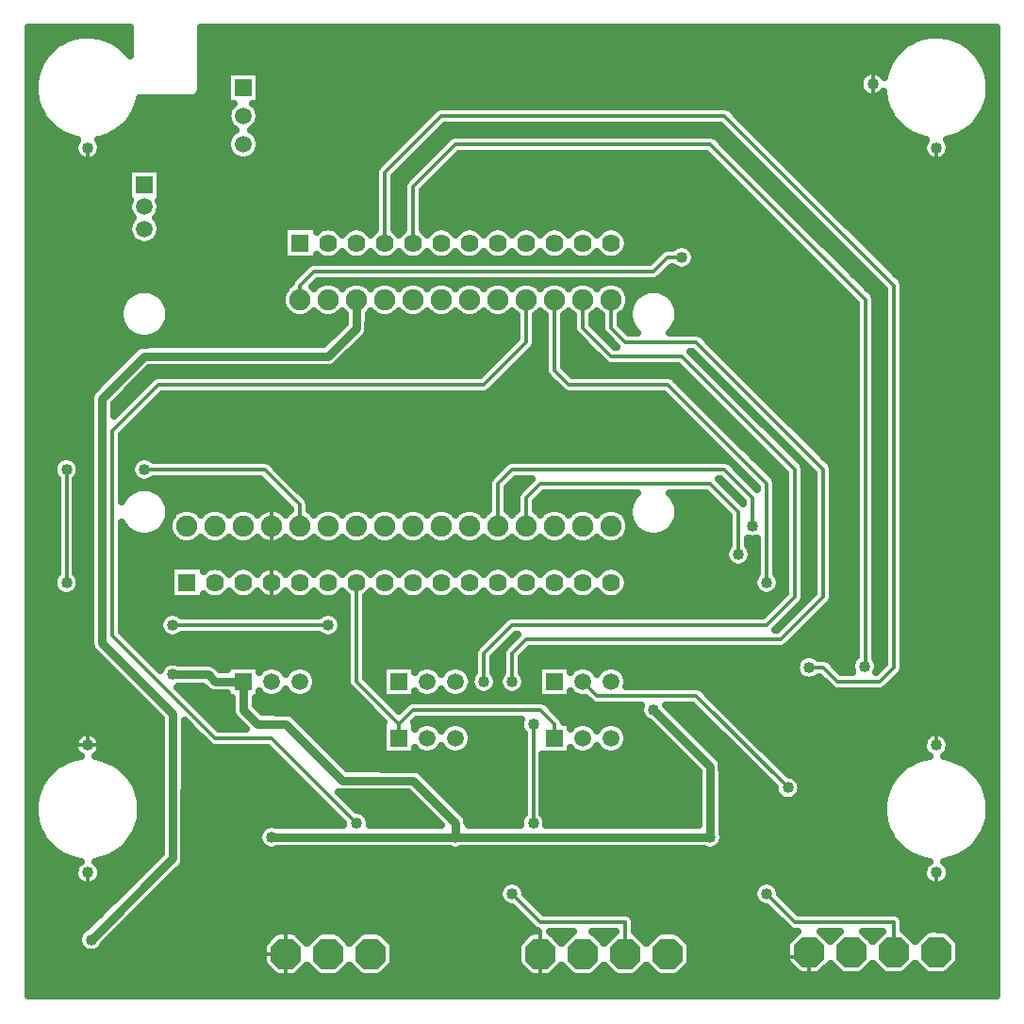
<source format=gbr>
%TF.GenerationSoftware,Novarm,DipTrace,3.3.1.3*%
%TF.CreationDate,2019-12-24T00:16:21-05:00*%
%FSLAX26Y26*%
%MOIN*%
%TF.FileFunction,Copper,L2,Bot*%
%TF.Part,Single*%
%AMOUTLINE0*
4,1,8,
0.05456,0.0226,
0.05456,-0.0226,
0.0226,-0.05456,
-0.0226,-0.05456,
-0.05456,-0.0226,
-0.05456,0.0226,
-0.0226,0.05456,
0.0226,0.05456,
0.05456,0.0226,
0*%
%TA.AperFunction,Conductor*%
%ADD14C,0.012992*%
%ADD15C,0.03*%
%TA.AperFunction,CopperBalancing*%
%ADD16C,0.013*%
%ADD18C,0.025*%
%TA.AperFunction,ComponentPad*%
%ADD23R,0.059055X0.059055*%
%ADD24C,0.059055*%
%ADD30R,0.06378X0.06378*%
%ADD31C,0.06378*%
%ADD37C,0.075*%
%TA.AperFunction,ViaPad*%
%ADD41C,0.04*%
%TA.AperFunction,ComponentPad*%
%ADD92OUTLINE0*%
G75*
G01*
%LPD*%
X1593700Y1043700D2*
D14*
X1293700Y1343700D1*
X1093700D1*
X731200Y1706200D1*
Y2431200D1*
X893700Y2593700D1*
X2043700D1*
X2193700Y2743700D1*
Y2893700D1*
X1293700Y993700D2*
D15*
X1943700D1*
X2843700D2*
X1943700D1*
Y1043700D1*
X1793700Y1193700D1*
X1543700D1*
X1343700Y1393700D1*
X1243700D1*
X1193700Y1443700D1*
Y1543700D1*
X2843700Y993700D2*
Y1243700D1*
X2643700Y1443700D1*
X943700Y1568700D2*
X1068700D1*
X1093700Y1543700D1*
X1193700D1*
X656200Y631200D2*
X943700Y918700D1*
Y1431200D1*
X693700Y1681200D1*
Y2543700D1*
X843700Y2693700D1*
X1493700D1*
X1593700Y2793700D1*
Y2893700D1*
X2293700Y1343700D2*
D14*
Y1393700D1*
X2243700Y1443700D1*
X1793700D1*
X1743700Y1393700D1*
Y1343700D1*
Y1393700D2*
X1593700Y1543700D1*
Y1893700D1*
X3181298Y1081102D2*
X2943700Y843503D1*
Y568700D1*
X3174949D1*
X3193700Y587451D1*
X2943700Y568700D2*
X2868700Y493700D1*
X2243700D1*
Y581200D1*
Y493700D2*
X1355313D1*
X1343700Y505313D1*
Y581200D1*
X643700Y868700D2*
Y818700D1*
X518700Y693700D1*
Y618700D1*
X556200Y581200D1*
X1343700D1*
Y718700D1*
X1168700Y893700D1*
Y993700D1*
X1243700Y1068700D1*
X1981298Y1081102D2*
X1818700Y1243700D1*
X1643700D1*
X1343700Y1168700D2*
X1243700Y1068700D1*
X3181298Y1081102D2*
Y1406298D1*
X3193700Y1418700D1*
X868503Y1868503D2*
X943306Y1793700D1*
X1243700D1*
X1293700Y1843700D1*
Y1893700D1*
X781200Y1443700D2*
X743700D1*
Y1368700D1*
X693700Y1318700D1*
X643700D1*
X868503Y1868503D2*
Y1718700D1*
X568700D2*
Y1331200D1*
X581200Y1318700D1*
X643700D1*
X2281298Y1081102D2*
X2793798D1*
X3181298D2*
X2893798D1*
X2993700Y2093700D2*
Y2193700D1*
X2893700Y2293700D1*
X2143700D1*
X2093700Y2243700D1*
Y2093700D1*
X2943700Y1993700D2*
Y2143700D1*
X2843700Y2243700D1*
X2243700D1*
X2193700Y2193700D1*
Y2093700D1*
X3043700Y1893700D2*
Y2243700D1*
X2693700Y2593700D1*
X2343700D1*
X2293700Y2643700D1*
Y2893700D1*
X2743700Y3043700D2*
X2693700D1*
X2643700Y2993700D1*
X1443700D1*
X1393700Y2943700D1*
Y2893700D1*
X568700Y1893700D2*
Y2293700D1*
X843700D2*
X1268700D1*
X1393700Y2168700D1*
Y2093700D1*
X3118700Y1168700D2*
X2793700Y1493700D1*
X2443700D1*
X2393700Y1543700D1*
X3493700Y587451D2*
Y693700D1*
X3143700D1*
X3043700Y793700D1*
X2218700Y1043700D2*
Y1218700D1*
Y1393700D1*
X2543700Y581200D2*
Y693700D1*
X2243700D1*
X2143700Y793700D1*
X3193700Y1593700D2*
X3243700D1*
X3293700Y1543700D1*
X3443700D1*
X3493700Y1593700D1*
Y2943700D1*
X2893700Y3543700D1*
X1893700D1*
X1693700Y3343700D1*
Y3093700D1*
X3389369Y1598031D2*
X3393700Y1602361D1*
Y2893700D1*
X2843700Y3443700D1*
X1943700D1*
X1793700Y3293700D1*
Y3093700D1*
X2043700Y1543700D2*
Y1643700D1*
X2143700Y1743700D1*
X3043700D1*
X3143700Y1843700D1*
Y2293700D1*
X2743700Y2693700D1*
X2493700D1*
X2393700Y2793700D1*
Y2893700D1*
X943700Y1743700D2*
X1493700D1*
X2493700Y2893700D2*
Y2793700D1*
X2543700Y2743700D1*
X2793700D1*
X3243700Y2293700D1*
Y1843700D1*
X3093700Y1693700D1*
X2193700D1*
X2143700Y1643700D1*
Y1543700D1*
D41*
X1593700Y1043700D3*
X1293700Y993700D3*
X1943700D3*
X2843700D3*
X2643700Y1443700D3*
X2843700Y993700D3*
X943700Y1568700D3*
X656200Y631200D3*
X3181298Y1081102D3*
X1243700Y1068700D3*
X1981298Y1081102D3*
X1643700Y1243700D3*
X1343700Y1168700D3*
X3193700Y1418700D3*
X3181298Y1081102D3*
X868503Y1868503D3*
X781200Y1443700D3*
X868503Y1718700D3*
X568700D3*
X868503Y1868503D3*
X2281298Y1081102D3*
X2793798D3*
X2893798D3*
X3181298D3*
X2993700Y2093700D3*
X2943700Y1993700D3*
X3043700Y1893700D3*
X2743700Y3043700D3*
X568700Y1893700D3*
Y2293700D3*
X843700D3*
X3118700Y1168700D3*
X3043700Y793700D3*
X2218700Y1043700D3*
Y1393700D3*
X2143700Y793700D3*
X3193700Y1593700D3*
X3389369Y1598031D3*
X2043700Y1543700D3*
X943700Y1743700D3*
X1493700D3*
X2143700Y1543700D3*
X643700Y1318700D3*
Y868700D3*
X3643700D3*
Y1318700D3*
Y3431200D3*
X3418700Y3656200D3*
X643700Y3431200D3*
X434718Y3830331D2*
D18*
X621842D1*
X665561D2*
X790210D1*
X1047189D2*
X3621868D1*
X3665551D2*
X3852710D1*
X434718Y3805462D2*
X546126D1*
X741277D2*
X790210D1*
X1047189D2*
X3546116D1*
X3741266D2*
X3852710D1*
X434718Y3780594D2*
X512897D1*
X774505D2*
X790210D1*
X1047189D2*
X3512887D1*
X3774531D2*
X3852710D1*
X434718Y3755725D2*
X490685D1*
X1047189D2*
X3490675D1*
X3796707D2*
X3852710D1*
X434718Y3730856D2*
X475040D1*
X1047189D2*
X3475029D1*
X3812353D2*
X3852710D1*
X434718Y3705987D2*
X464203D1*
X1047189D2*
X3464192D1*
X3823190D2*
X3852710D1*
X434718Y3681119D2*
X457349D1*
X1047189D2*
X1135165D1*
X1252231D2*
X3376958D1*
X3830080D2*
X3852710D1*
X434718Y3656250D2*
X453976D1*
X1047189D2*
X1135165D1*
X1252231D2*
X3369709D1*
X3833417D2*
X3852710D1*
X434718Y3631381D2*
X453976D1*
X1045000D2*
X1135165D1*
X1252231D2*
X3376886D1*
X3833417D2*
X3852710D1*
X434718Y3606512D2*
X457277D1*
X1016544D2*
X1135165D1*
X1252231D2*
X3457303D1*
X3830116D2*
X3852710D1*
X434718Y3581644D2*
X464131D1*
X823272D2*
X1149985D1*
X1237411D2*
X3464121D1*
X3823262D2*
X3852710D1*
X434718Y3556775D2*
X474932D1*
X812471D2*
X1136708D1*
X1250688D2*
X1857621D1*
X2929781D2*
X3474922D1*
X3812496D2*
X3852710D1*
X434718Y3531906D2*
X490506D1*
X796897D2*
X1136421D1*
X1250976D2*
X1832754D1*
X2954649D2*
X3490496D1*
X3796887D2*
X3852710D1*
X434718Y3507037D2*
X512646D1*
X774756D2*
X1148837D1*
X1238560D2*
X1807886D1*
X1906185D2*
X2881182D1*
X2979517D2*
X3512636D1*
X3774782D2*
X3852710D1*
X434718Y3482169D2*
X545732D1*
X741671D2*
X1150452D1*
X1236945D2*
X1783018D1*
X1881317D2*
X2906086D1*
X3004385D2*
X3545721D1*
X3741661D2*
X3852710D1*
X434718Y3457300D2*
X602716D1*
X684687D2*
X1136852D1*
X1250545D2*
X1758151D1*
X1856449D2*
X1908146D1*
X2879256D2*
X2930953D1*
X3029252D2*
X3602705D1*
X3684677D2*
X3852710D1*
X434718Y3432431D2*
X594713D1*
X692689D2*
X1136313D1*
X1251083D2*
X1733283D1*
X1831582D2*
X1883279D1*
X2904124D2*
X2955821D1*
X3054120D2*
X3594703D1*
X3692679D2*
X3852710D1*
X434718Y3407562D2*
X601173D1*
X686230D2*
X1148371D1*
X1239026D2*
X1708415D1*
X1806714D2*
X1858411D1*
X1956710D2*
X2830657D1*
X2928992D2*
X2980689D1*
X3078988D2*
X3601162D1*
X3686256D2*
X3852710D1*
X434718Y3382693D2*
X1683547D1*
X1781846D2*
X1833543D1*
X1931842D2*
X2855561D1*
X2953860D2*
X3005557D1*
X3103855D2*
X3852710D1*
X434718Y3357825D2*
X1661371D1*
X1756978D2*
X1808675D1*
X1906974D2*
X2880428D1*
X2978727D2*
X3030424D1*
X3128723D2*
X3852710D1*
X434718Y3332956D2*
X785187D1*
X902217D2*
X1658213D1*
X1732111D2*
X1783808D1*
X1882107D2*
X2905296D1*
X3003595D2*
X3055292D1*
X3153591D2*
X3852710D1*
X434718Y3308087D2*
X785187D1*
X902217D2*
X1658213D1*
X1729204D2*
X1761488D1*
X1857239D2*
X2930164D1*
X3028463D2*
X3080160D1*
X3178459D2*
X3852710D1*
X434718Y3283218D2*
X785187D1*
X902217D2*
X1658213D1*
X1729204D2*
X1758186D1*
X1832371D2*
X2955032D1*
X3053331D2*
X3105028D1*
X3203362D2*
X3852710D1*
X434718Y3258350D2*
X785187D1*
X902217D2*
X1658213D1*
X1729204D2*
X1758186D1*
X1829213D2*
X2979899D1*
X3078198D2*
X3129895D1*
X3228230D2*
X3852710D1*
X434718Y3233481D2*
X786263D1*
X901141D2*
X1658213D1*
X1729204D2*
X1758186D1*
X1829213D2*
X3004767D1*
X3103066D2*
X3154763D1*
X3253098D2*
X3852710D1*
X434718Y3208612D2*
X786909D1*
X900495D2*
X1658213D1*
X1729204D2*
X1758186D1*
X1829213D2*
X3029635D1*
X3127934D2*
X3179631D1*
X3277966D2*
X3852710D1*
X434718Y3183743D2*
X800689D1*
X886715D2*
X1658213D1*
X1729204D2*
X1758186D1*
X1829213D2*
X3054503D1*
X3152837D2*
X3204499D1*
X3302833D2*
X3852710D1*
X434718Y3158875D2*
X787268D1*
X900136D2*
X1658213D1*
X1729204D2*
X1758186D1*
X1829213D2*
X3079370D1*
X3177705D2*
X3229366D1*
X3327701D2*
X3852710D1*
X434718Y3134006D2*
X786012D1*
X901392D2*
X1332815D1*
X1538444D2*
X1548942D1*
X1638453D2*
X1648984D1*
X1738462D2*
X1748964D1*
X1838436D2*
X1848938D1*
X1938445D2*
X1948947D1*
X2038454D2*
X2048956D1*
X2138463D2*
X2148965D1*
X2238437D2*
X2248939D1*
X2338446D2*
X2348983D1*
X2438455D2*
X2448980D1*
X2538464D2*
X3104238D1*
X3202573D2*
X3254234D1*
X3352569D2*
X3852710D1*
X434718Y3109137D2*
X797100D1*
X890304D2*
X1332815D1*
X2552495D2*
X3129106D1*
X3227441D2*
X3279102D1*
X3377437D2*
X3852710D1*
X434718Y3084268D2*
X1332815D1*
X2553823D2*
X2718483D1*
X2768912D2*
X3153974D1*
X3252308D2*
X3303970D1*
X3402304D2*
X3852710D1*
X434718Y3059399D2*
X1332815D1*
X2543452D2*
X2660243D1*
X2789977D2*
X3178841D1*
X3277176D2*
X3328837D1*
X3427172D2*
X3852710D1*
X434718Y3034531D2*
X2635375D1*
X2791771D2*
X3203709D1*
X3302044D2*
X3353705D1*
X3452040D2*
X3852710D1*
X434718Y3009662D2*
X1410505D1*
X2777884D2*
X3228577D1*
X3326912D2*
X3378573D1*
X3476907D2*
X3852710D1*
X434718Y2984793D2*
X1385637D1*
X2683975D2*
X3253445D1*
X3351779D2*
X3403440D1*
X3501775D2*
X3852710D1*
X434718Y2959924D2*
X1362456D1*
X1459104D2*
X3278312D1*
X3376647D2*
X3428308D1*
X3524921D2*
X3852710D1*
X434718Y2935056D2*
X1342360D1*
X2545031D2*
X3303180D1*
X3401515D2*
X3453176D1*
X3529191D2*
X3852710D1*
X434718Y2910187D2*
X784110D1*
X903294D2*
X1329370D1*
X2558057D2*
X2584097D1*
X2703280D2*
X3328048D1*
X3424768D2*
X3458200D1*
X3529191D2*
X3852710D1*
X434718Y2885318D2*
X764087D1*
X923317D2*
X1327756D1*
X2723304D2*
X3352916D1*
X3429182D2*
X3458200D1*
X3529191D2*
X3852710D1*
X434718Y2860449D2*
X755188D1*
X932216D2*
X1336511D1*
X2732203D2*
X3358191D1*
X3429182D2*
X3458200D1*
X3529191D2*
X3852710D1*
X434718Y2835581D2*
X753932D1*
X933436D2*
X1364393D1*
X1423004D2*
X1464403D1*
X1523014D2*
X1549699D1*
X1637699D2*
X1664385D1*
X1722996D2*
X1764394D1*
X1823005D2*
X1864404D1*
X1923015D2*
X1964413D1*
X2022988D2*
X2064386D1*
X2122997D2*
X2158187D1*
X2229178D2*
X2258197D1*
X2329188D2*
X2358206D1*
X2429197D2*
X2458215D1*
X2529206D2*
X2553954D1*
X2733459D2*
X3358191D1*
X3429182D2*
X3458200D1*
X3529191D2*
X3852710D1*
X434718Y2810712D2*
X760032D1*
X927372D2*
X1549520D1*
X1637699D2*
X2158187D1*
X2229178D2*
X2258197D1*
X2329188D2*
X2358206D1*
X2429197D2*
X2458215D1*
X2529206D2*
X2560019D1*
X2727394D2*
X3358191D1*
X3429182D2*
X3458200D1*
X3529191D2*
X3852710D1*
X434718Y2785843D2*
X775390D1*
X912014D2*
X1524652D1*
X1636946D2*
X2158187D1*
X2229178D2*
X2258197D1*
X2329188D2*
X2359139D1*
X2450727D2*
X2459137D1*
X2550737D2*
X2575377D1*
X2712000D2*
X3358191D1*
X3429182D2*
X3458200D1*
X3529191D2*
X3852710D1*
X434718Y2760974D2*
X812279D1*
X875125D2*
X1499784D1*
X1622162D2*
X2158187D1*
X2229178D2*
X2258197D1*
X2329188D2*
X2377260D1*
X2825574D2*
X3358191D1*
X3429182D2*
X3458200D1*
X3529191D2*
X3852710D1*
X434718Y2736106D2*
X1474917D1*
X1597294D2*
X2136944D1*
X2228317D2*
X2258197D1*
X2329188D2*
X2402128D1*
X2850441D2*
X3358191D1*
X3429182D2*
X3458200D1*
X3529191D2*
X3852710D1*
X434718Y2711237D2*
X800043D1*
X1572426D2*
X2112076D1*
X2210411D2*
X2258197D1*
X2329188D2*
X2426996D1*
X2875309D2*
X3358191D1*
X3429182D2*
X3458200D1*
X3529191D2*
X3852710D1*
X434718Y2686368D2*
X775175D1*
X1547558D2*
X2087209D1*
X2185543D2*
X2258197D1*
X2329188D2*
X2451864D1*
X2900213D2*
X3358191D1*
X3429182D2*
X3458200D1*
X3529191D2*
X3852710D1*
X434718Y2661499D2*
X750307D1*
X1522368D2*
X2062341D1*
X2160676D2*
X2258197D1*
X2329188D2*
X2484016D1*
X2925080D2*
X3358191D1*
X3429182D2*
X3458200D1*
X3529191D2*
X3852710D1*
X434718Y2636630D2*
X725440D1*
X847817D2*
X2037473D1*
X2135808D2*
X2258986D1*
X2349929D2*
X2751604D1*
X2949948D2*
X3358191D1*
X3429182D2*
X3458200D1*
X3529191D2*
X3852710D1*
X434718Y2611762D2*
X700572D1*
X822949D2*
X862589D1*
X2110940D2*
X2276462D1*
X2724811D2*
X2776472D1*
X2974816D2*
X3358191D1*
X3429182D2*
X3458200D1*
X3529191D2*
X3852710D1*
X434718Y2586893D2*
X675704D1*
X798081D2*
X837721D1*
X2086072D2*
X2301329D1*
X2749679D2*
X2801340D1*
X2999684D2*
X3358191D1*
X3429182D2*
X3458200D1*
X3529191D2*
X3852710D1*
X434718Y2562024D2*
X653958D1*
X773213D2*
X812853D1*
X2055427D2*
X2331975D1*
X2774546D2*
X2826207D1*
X3024551D2*
X3358191D1*
X3429182D2*
X3458200D1*
X3529191D2*
X3852710D1*
X434718Y2537155D2*
X649688D1*
X748346D2*
X787986D1*
X886320D2*
X2701079D1*
X2799414D2*
X2851075D1*
X3049419D2*
X3358191D1*
X3429182D2*
X3458200D1*
X3529191D2*
X3852710D1*
X434718Y2512287D2*
X649688D1*
X737688D2*
X763118D1*
X861453D2*
X2725947D1*
X2824282D2*
X2875943D1*
X3074287D2*
X3358191D1*
X3429182D2*
X3458200D1*
X3529191D2*
X3852710D1*
X434718Y2487418D2*
X649688D1*
X836585D2*
X2750815D1*
X2849150D2*
X2900811D1*
X3099155D2*
X3358191D1*
X3429182D2*
X3458200D1*
X3529191D2*
X3852710D1*
X434718Y2462549D2*
X649688D1*
X811717D2*
X2775683D1*
X2874017D2*
X2925678D1*
X3124022D2*
X3358191D1*
X3429182D2*
X3458200D1*
X3529191D2*
X3852710D1*
X434718Y2437680D2*
X649688D1*
X786849D2*
X2800550D1*
X2898885D2*
X2950546D1*
X3148890D2*
X3358191D1*
X3429182D2*
X3458200D1*
X3529191D2*
X3852710D1*
X434718Y2412812D2*
X649688D1*
X766683D2*
X2825418D1*
X2923753D2*
X2975414D1*
X3173758D2*
X3358191D1*
X3429182D2*
X3458200D1*
X3529191D2*
X3852710D1*
X434718Y2387943D2*
X649688D1*
X766683D2*
X2850286D1*
X2948621D2*
X3000282D1*
X3198626D2*
X3358191D1*
X3429182D2*
X3458200D1*
X3529191D2*
X3852710D1*
X434718Y2363074D2*
X649688D1*
X766683D2*
X2875153D1*
X2973488D2*
X3025149D1*
X3223493D2*
X3358191D1*
X3429182D2*
X3458200D1*
X3529191D2*
X3852710D1*
X434718Y2338205D2*
X552729D1*
X584678D2*
X649688D1*
X766683D2*
X827709D1*
X859658D2*
X2900021D1*
X2998356D2*
X3050017D1*
X3248361D2*
X3358191D1*
X3429182D2*
X3458200D1*
X3529191D2*
X3852710D1*
X434718Y2313336D2*
X524057D1*
X613349D2*
X649688D1*
X766683D2*
X799038D1*
X1298235D2*
X2114158D1*
X3023224D2*
X3074885D1*
X3272726D2*
X3358191D1*
X3429182D2*
X3458200D1*
X3529191D2*
X3852710D1*
X434718Y2288468D2*
X520003D1*
X617404D2*
X649688D1*
X766683D2*
X794983D1*
X1323103D2*
X2089290D1*
X3048091D2*
X3099753D1*
X3179212D2*
X3199762D1*
X3279186D2*
X3358191D1*
X3429182D2*
X3458200D1*
X3529191D2*
X3852710D1*
X434718Y2263599D2*
X530768D1*
X606639D2*
X649688D1*
X766683D2*
X805748D1*
X1347970D2*
X2064889D1*
X3072529D2*
X3108221D1*
X3179212D2*
X3208195D1*
X3279186D2*
X3358191D1*
X3429182D2*
X3458200D1*
X3529191D2*
X3852710D1*
X434718Y2238730D2*
X533208D1*
X604199D2*
X649688D1*
X766683D2*
X1274503D1*
X1372838D2*
X2058214D1*
X2137889D2*
X2189550D1*
X3079203D2*
X3108221D1*
X3179212D2*
X3208195D1*
X3279186D2*
X3358191D1*
X3429182D2*
X3458200D1*
X3529191D2*
X3852710D1*
X434718Y2213861D2*
X533208D1*
X604199D2*
X649688D1*
X766683D2*
X788703D1*
X898700D2*
X1299371D1*
X1397706D2*
X2058214D1*
X2129205D2*
X2165077D1*
X3079203D2*
X3108221D1*
X3179212D2*
X3208195D1*
X3279186D2*
X3358191D1*
X3429182D2*
X3458200D1*
X3529191D2*
X3852710D1*
X434718Y2188993D2*
X533208D1*
X604199D2*
X649688D1*
X921236D2*
X1324239D1*
X1422215D2*
X2058214D1*
X2129205D2*
X2158187D1*
X2238149D2*
X2566191D1*
X2721222D2*
X2849245D1*
X3079203D2*
X3108221D1*
X3179212D2*
X3208195D1*
X3279186D2*
X3358191D1*
X3429182D2*
X3458200D1*
X3529191D2*
X3852710D1*
X434718Y2164124D2*
X533208D1*
X604199D2*
X649688D1*
X931427D2*
X1349107D1*
X1429212D2*
X2058214D1*
X2129205D2*
X2158187D1*
X2229178D2*
X2556000D1*
X2731414D2*
X2874113D1*
X3079203D2*
X3108221D1*
X3179212D2*
X3208195D1*
X3279186D2*
X3358191D1*
X3429182D2*
X3458200D1*
X3529191D2*
X3852710D1*
X434718Y2139255D2*
X533208D1*
X604199D2*
X649688D1*
X933723D2*
X946235D1*
X2541156D2*
X2553667D1*
X2733710D2*
X2898981D1*
X3079203D2*
X3108221D1*
X3179212D2*
X3208195D1*
X3279186D2*
X3358191D1*
X3429182D2*
X3458200D1*
X3529191D2*
X3852710D1*
X434718Y2114386D2*
X533208D1*
X604199D2*
X649688D1*
X2728794D2*
X2908203D1*
X3079203D2*
X3108221D1*
X3179212D2*
X3208195D1*
X3279186D2*
X3358191D1*
X3429182D2*
X3458200D1*
X3529191D2*
X3852710D1*
X434718Y2089518D2*
X533208D1*
X604199D2*
X649688D1*
X915064D2*
X927324D1*
X2560067D2*
X2572327D1*
X2715086D2*
X2908203D1*
X3079203D2*
X3108221D1*
X3179212D2*
X3208195D1*
X3279186D2*
X3358191D1*
X3429182D2*
X3458200D1*
X3529191D2*
X3852710D1*
X434718Y2064649D2*
X533208D1*
X604199D2*
X649688D1*
X766683D2*
X803380D1*
X884024D2*
X934178D1*
X2553213D2*
X2603367D1*
X2684011D2*
X2908203D1*
X3079203D2*
X3108221D1*
X3179212D2*
X3208195D1*
X3279186D2*
X3358191D1*
X3429182D2*
X3458200D1*
X3529191D2*
X3852710D1*
X434718Y2039780D2*
X533208D1*
X604199D2*
X649688D1*
X766683D2*
X956713D1*
X1030683D2*
X1056722D1*
X1130692D2*
X1156732D1*
X1230665D2*
X1256741D1*
X1330674D2*
X1356714D1*
X1430684D2*
X1456723D1*
X1530693D2*
X1556733D1*
X1630666D2*
X1656706D1*
X1730675D2*
X1756715D1*
X1830685D2*
X1856724D1*
X1930694D2*
X1956734D1*
X2030667D2*
X2056707D1*
X2130676D2*
X2156716D1*
X2230686D2*
X2256725D1*
X2330659D2*
X2356735D1*
X2430668D2*
X2456708D1*
X2530677D2*
X2908203D1*
X2979194D2*
X3008212D1*
X3079203D2*
X3108221D1*
X3179212D2*
X3208195D1*
X3279186D2*
X3358191D1*
X3429182D2*
X3458200D1*
X3529191D2*
X3852710D1*
X434718Y2014911D2*
X533208D1*
X604199D2*
X649688D1*
X766683D2*
X2899806D1*
X2987591D2*
X3008212D1*
X3079203D2*
X3108221D1*
X3179212D2*
X3208195D1*
X3279186D2*
X3358191D1*
X3429182D2*
X3458200D1*
X3529191D2*
X3852710D1*
X434718Y1990043D2*
X533208D1*
X604199D2*
X649688D1*
X766683D2*
X2894854D1*
X2992543D2*
X3008212D1*
X3079203D2*
X3108221D1*
X3179212D2*
X3208195D1*
X3279186D2*
X3358191D1*
X3429182D2*
X3458200D1*
X3529191D2*
X3852710D1*
X434718Y1965174D2*
X533208D1*
X604199D2*
X649688D1*
X766683D2*
X2904471D1*
X2982926D2*
X3008212D1*
X3079203D2*
X3108221D1*
X3179212D2*
X3208195D1*
X3279186D2*
X3358191D1*
X3429182D2*
X3458200D1*
X3529191D2*
X3852710D1*
X434718Y1940305D2*
X533208D1*
X604199D2*
X649688D1*
X766683D2*
X932814D1*
X1131374D2*
X1156014D1*
X1231383D2*
X1256023D1*
X1331392D2*
X1356032D1*
X1431365D2*
X1456042D1*
X1531375D2*
X1556015D1*
X1631384D2*
X1656024D1*
X1731393D2*
X1756033D1*
X1831366D2*
X1856007D1*
X1931376D2*
X1956016D1*
X2031385D2*
X2056025D1*
X2131358D2*
X2156034D1*
X2231367D2*
X2256008D1*
X2331377D2*
X2356017D1*
X2431386D2*
X2456026D1*
X2531359D2*
X3008212D1*
X3079203D2*
X3108221D1*
X3179212D2*
X3208195D1*
X3279186D2*
X3358191D1*
X3429182D2*
X3458200D1*
X3529191D2*
X3852710D1*
X434718Y1915436D2*
X525098D1*
X612309D2*
X649688D1*
X766683D2*
X932814D1*
X2550378D2*
X3000102D1*
X3087313D2*
X3108221D1*
X3179212D2*
X3208195D1*
X3279186D2*
X3358191D1*
X3429182D2*
X3458200D1*
X3529191D2*
X3852710D1*
X434718Y1890567D2*
X519823D1*
X617584D2*
X649688D1*
X766683D2*
X932814D1*
X2554504D2*
X2994791D1*
X3092588D2*
X3108221D1*
X3179212D2*
X3208195D1*
X3279186D2*
X3358191D1*
X3429182D2*
X3458200D1*
X3529191D2*
X3852710D1*
X434718Y1865699D2*
X529081D1*
X608326D2*
X649688D1*
X766683D2*
X932814D1*
X2547435D2*
X3004085D1*
X3083330D2*
X3108221D1*
X3179212D2*
X3208195D1*
X3279186D2*
X3358191D1*
X3429182D2*
X3458200D1*
X3529191D2*
X3852710D1*
X434718Y1840830D2*
X649688D1*
X766683D2*
X932814D1*
X1054581D2*
X1066411D1*
X1120967D2*
X1166420D1*
X1220976D2*
X1266430D1*
X1320986D2*
X1366403D1*
X1420995D2*
X1466412D1*
X1520968D2*
X1558204D1*
X1629195D2*
X1666431D1*
X1720987D2*
X1766404D1*
X1820996D2*
X1866413D1*
X1920969D2*
X1966422D1*
X2020978D2*
X2066432D1*
X2120988D2*
X2166405D1*
X2220997D2*
X2266414D1*
X2320970D2*
X2366423D1*
X2420979D2*
X2466433D1*
X2520989D2*
X3091679D1*
X3179069D2*
X3191652D1*
X3279078D2*
X3358191D1*
X3429182D2*
X3458200D1*
X3529191D2*
X3852710D1*
X434718Y1815961D2*
X649688D1*
X766683D2*
X1558204D1*
X1629195D2*
X3066811D1*
X3265119D2*
X3358191D1*
X3429182D2*
X3458200D1*
X3529191D2*
X3852710D1*
X434718Y1791092D2*
X649688D1*
X766683D2*
X1558204D1*
X1629195D2*
X3041943D1*
X3240251D2*
X3358191D1*
X3429182D2*
X3458200D1*
X3529191D2*
X3852710D1*
X434718Y1766224D2*
X649688D1*
X766683D2*
X900518D1*
X1536865D2*
X1558204D1*
X1629195D2*
X2117064D1*
X3215384D2*
X3358191D1*
X3429182D2*
X3458200D1*
X3529191D2*
X3852710D1*
X434718Y1741355D2*
X649688D1*
X766683D2*
X894777D1*
X1542642D2*
X1558204D1*
X1629195D2*
X2092196D1*
X3190516D2*
X3358191D1*
X3429182D2*
X3458200D1*
X3529191D2*
X3852710D1*
X434718Y1716486D2*
X649688D1*
X770092D2*
X903497D1*
X1533922D2*
X1558204D1*
X1629195D2*
X2067329D1*
X3165648D2*
X3358191D1*
X3429182D2*
X3458200D1*
X3529191D2*
X3852710D1*
X434718Y1691617D2*
X649688D1*
X794959D2*
X1558204D1*
X1629195D2*
X2042461D1*
X3140780D2*
X3358191D1*
X3429182D2*
X3458200D1*
X3529191D2*
X3852710D1*
X434718Y1666749D2*
X652308D1*
X819827D2*
X1558204D1*
X1629195D2*
X2017593D1*
X3115231D2*
X3358191D1*
X3429182D2*
X3458200D1*
X3529191D2*
X3852710D1*
X434718Y1641880D2*
X671829D1*
X844695D2*
X1558204D1*
X1629195D2*
X2008192D1*
X2091060D2*
X2108201D1*
X2191034D2*
X3358191D1*
X3429182D2*
X3458200D1*
X3529191D2*
X3852710D1*
X434718Y1617011D2*
X696696D1*
X869563D2*
X1558204D1*
X1629195D2*
X2008192D1*
X2079183D2*
X2108201D1*
X2179192D2*
X3150959D1*
X3269569D2*
X3344411D1*
X3434313D2*
X3458200D1*
X3529191D2*
X3852710D1*
X434718Y1592142D2*
X721564D1*
X1106434D2*
X1135165D1*
X1252231D2*
X1263056D1*
X1324359D2*
X1363066D1*
X1424368D2*
X1558204D1*
X1629195D2*
X1685162D1*
X1802228D2*
X1813053D1*
X1874356D2*
X1913063D1*
X1974365D2*
X2008192D1*
X2079183D2*
X2108201D1*
X2179192D2*
X2235159D1*
X2352225D2*
X2363050D1*
X2424353D2*
X2463059D1*
X2524362D2*
X3144715D1*
X3294436D2*
X3340751D1*
X3529155D2*
X3852710D1*
X434718Y1567273D2*
X746432D1*
X1447011D2*
X1558204D1*
X1629195D2*
X1685162D1*
X2086288D2*
X2101132D1*
X2186297D2*
X2235159D1*
X2547041D2*
X3152933D1*
X3516452D2*
X3852710D1*
X434718Y1542405D2*
X771300D1*
X1452214D2*
X1558240D1*
X1644159D2*
X1685162D1*
X2192684D2*
X2235159D1*
X2552208D2*
X3245837D1*
X3491584D2*
X3852710D1*
X434718Y1517536D2*
X796167D1*
X969033D2*
X1058660D1*
X1445755D2*
X1570692D1*
X1669026D2*
X1685162D1*
X2084637D2*
X2102746D1*
X2184646D2*
X2235159D1*
X2819007D2*
X3271100D1*
X3466322D2*
X3852710D1*
X434718Y1492667D2*
X821035D1*
X993901D2*
X1135165D1*
X1252231D2*
X1268080D1*
X1319335D2*
X1368089D1*
X1419308D2*
X1595559D1*
X1802228D2*
X1818077D1*
X1869332D2*
X1918086D1*
X1969341D2*
X2235159D1*
X2352225D2*
X2368074D1*
X2843910D2*
X3852710D1*
X434718Y1467798D2*
X845903D1*
X1018769D2*
X1149698D1*
X1237698D2*
X1620427D1*
X1718762D2*
X1768665D1*
X2268723D2*
X2420752D1*
X2868778D2*
X3852710D1*
X434718Y1442930D2*
X870770D1*
X1043637D2*
X1149698D1*
X1255676D2*
X1645295D1*
X2293626D2*
X2594719D1*
X2705649D2*
X2795311D1*
X2893646D2*
X3852710D1*
X434718Y1418061D2*
X895638D1*
X1068504D2*
X1158562D1*
X1380517D2*
X1670162D1*
X2318494D2*
X2602398D1*
X2730516D2*
X2820179D1*
X2918514D2*
X3852710D1*
X434718Y1393192D2*
X899693D1*
X1093372D2*
X1183035D1*
X1405385D2*
X1685162D1*
X1802228D2*
X1814955D1*
X1872454D2*
X1914929D1*
X1972463D2*
X2169706D1*
X2352225D2*
X2364952D1*
X2422451D2*
X2464925D1*
X2522460D2*
X2633007D1*
X2755384D2*
X2845047D1*
X2943381D2*
X3852710D1*
X434718Y1368323D2*
X899693D1*
X987693D2*
X1019905D1*
X1430253D2*
X1685162D1*
X1996541D2*
X2177242D1*
X2546538D2*
X2657875D1*
X2780252D2*
X2869914D1*
X2968249D2*
X3852710D1*
X434718Y1343455D2*
X601854D1*
X685548D2*
X899693D1*
X987693D2*
X1044773D1*
X1455121D2*
X1685162D1*
X2002211D2*
X2183199D1*
X2552244D2*
X2682742D1*
X2805120D2*
X2894782D1*
X2993117D2*
X3601844D1*
X3685574D2*
X3852710D1*
X434718Y1318586D2*
X594713D1*
X692689D2*
X899693D1*
X987693D2*
X1069784D1*
X1479988D2*
X1685162D1*
X1996290D2*
X2183199D1*
X2546287D2*
X2707610D1*
X2829987D2*
X2919650D1*
X3017985D2*
X3594703D1*
X3692715D2*
X3852710D1*
X434718Y1293717D2*
X601998D1*
X685405D2*
X899693D1*
X987693D2*
X1294527D1*
X1504856D2*
X1685162D1*
X1802228D2*
X1815888D1*
X1871521D2*
X1915897D1*
X1971530D2*
X2183199D1*
X2352225D2*
X2365885D1*
X2421518D2*
X2465894D1*
X2521527D2*
X2732478D1*
X2854855D2*
X2944518D1*
X3042852D2*
X3601988D1*
X3685430D2*
X3852710D1*
X434718Y1268848D2*
X573901D1*
X713502D2*
X899693D1*
X987693D2*
X1319395D1*
X1529724D2*
X2183199D1*
X2254190D2*
X2757346D1*
X2879220D2*
X2969385D1*
X3067720D2*
X3573890D1*
X3713492D2*
X3852710D1*
X434718Y1243980D2*
X528866D1*
X758537D2*
X899693D1*
X987693D2*
X1344262D1*
X1554628D2*
X2183199D1*
X2254190D2*
X2782213D1*
X2887689D2*
X2994253D1*
X3092588D2*
X3528856D1*
X3758562D2*
X3852710D1*
X434718Y1219111D2*
X501630D1*
X785773D2*
X899693D1*
X987693D2*
X1369130D1*
X1829464D2*
X2183199D1*
X2254190D2*
X2799689D1*
X2887689D2*
X3019121D1*
X3117456D2*
X3501655D1*
X3785763D2*
X3852710D1*
X434718Y1194242D2*
X482791D1*
X804612D2*
X899693D1*
X987693D2*
X1393998D1*
X1854332D2*
X2183199D1*
X2254190D2*
X2799689D1*
X2887689D2*
X3043989D1*
X3160050D2*
X3482780D1*
X3804602D2*
X3852710D1*
X434718Y1169373D2*
X469514D1*
X817889D2*
X899693D1*
X987693D2*
X1418866D1*
X1879200D2*
X2183199D1*
X2254190D2*
X2799689D1*
X2887689D2*
X3068856D1*
X3167693D2*
X3469503D1*
X3817879D2*
X3852710D1*
X434718Y1144504D2*
X460578D1*
X826824D2*
X899693D1*
X987693D2*
X1443733D1*
X1542068D2*
X1781691D1*
X1904068D2*
X2183199D1*
X2254190D2*
X2799689D1*
X2887689D2*
X3076500D1*
X3160911D2*
X3460568D1*
X3826814D2*
X3852710D1*
X434718Y1119636D2*
X455375D1*
X832028D2*
X899693D1*
X987693D2*
X1468601D1*
X1566936D2*
X1806558D1*
X1928971D2*
X2183199D1*
X2254190D2*
X2799689D1*
X2887689D2*
X3455365D1*
X3832017D2*
X3852710D1*
X434718Y1094767D2*
X453581D1*
X833822D2*
X899693D1*
X987693D2*
X1493469D1*
X1591804D2*
X1831426D1*
X1953839D2*
X2183199D1*
X2254190D2*
X2799689D1*
X2887689D2*
X3453571D1*
X3833812D2*
X3852710D1*
X434718Y1069898D2*
X455088D1*
X832315D2*
X899693D1*
X987693D2*
X1518337D1*
X1634613D2*
X1856330D1*
X1978384D2*
X2177780D1*
X2259608D2*
X2799689D1*
X2887689D2*
X3455078D1*
X3832304D2*
X3852710D1*
X434718Y1045029D2*
X460004D1*
X827399D2*
X899693D1*
X987693D2*
X1543204D1*
X1642687D2*
X1881197D1*
X1987678D2*
X2169706D1*
X2267682D2*
X2799689D1*
X2887689D2*
X3459994D1*
X3827424D2*
X3852710D1*
X434718Y1020161D2*
X468581D1*
X818822D2*
X899693D1*
X987693D2*
X1252973D1*
X2887689D2*
X3468570D1*
X3818812D2*
X3852710D1*
X434718Y995292D2*
X481463D1*
X805940D2*
X899693D1*
X987693D2*
X1244720D1*
X2892677D2*
X3481453D1*
X3805965D2*
X3852710D1*
X434718Y970423D2*
X499764D1*
X787639D2*
X899693D1*
X987693D2*
X1250928D1*
X2886469D2*
X3499754D1*
X3787665D2*
X3852710D1*
X434718Y945554D2*
X526067D1*
X761336D2*
X899693D1*
X987693D2*
X3526057D1*
X3761361D2*
X3852710D1*
X434718Y920686D2*
X568590D1*
X718813D2*
X884478D1*
X987693D2*
X3568579D1*
X3718803D2*
X3852710D1*
X434718Y895817D2*
X603433D1*
X683970D2*
X859610D1*
X980803D2*
X3603423D1*
X3683959D2*
X3852710D1*
X434718Y870948D2*
X594749D1*
X692653D2*
X834743D1*
X957156D2*
X3594739D1*
X3692643D2*
X3852710D1*
X434718Y846079D2*
X600563D1*
X686840D2*
X809875D1*
X932252D2*
X3600588D1*
X3686830D2*
X3852710D1*
X434718Y821210D2*
X785007D1*
X907384D2*
X2103715D1*
X2183677D2*
X3003727D1*
X3083689D2*
X3852710D1*
X434718Y796342D2*
X760140D1*
X882517D2*
X2094780D1*
X2192612D2*
X2994791D1*
X3092624D2*
X3852710D1*
X434718Y771473D2*
X735272D1*
X857649D2*
X2100342D1*
X2215076D2*
X3000353D1*
X3115087D2*
X3852710D1*
X434718Y746604D2*
X710404D1*
X832781D2*
X2141645D1*
X2239944D2*
X3041620D1*
X3139955D2*
X3852710D1*
X434718Y721735D2*
X685536D1*
X807913D2*
X2166513D1*
X2563583D2*
X3066488D1*
X3513617D2*
X3852710D1*
X434718Y696867D2*
X660669D1*
X783046D2*
X2191380D1*
X2579049D2*
X3091356D1*
X3529047D2*
X3852710D1*
X434718Y671998D2*
X631387D1*
X758178D2*
X2216248D1*
X2579193D2*
X3116223D1*
X3529191D2*
X3852710D1*
X434718Y647129D2*
X610000D1*
X733310D2*
X1292481D1*
X1394907D2*
X1442477D1*
X1544903D2*
X1592509D1*
X1694899D2*
X2192493D1*
X2294918D2*
X2342489D1*
X2444914D2*
X2492485D1*
X2594910D2*
X2642480D1*
X2744906D2*
X3136247D1*
X3251160D2*
X3286243D1*
X3401156D2*
X3436239D1*
X3551152D2*
X3586235D1*
X3701148D2*
X3852710D1*
X434718Y622260D2*
X608062D1*
X708443D2*
X1267614D1*
X1719767D2*
X2167625D1*
X2769774D2*
X3113137D1*
X3724293D2*
X3852710D1*
X434718Y597392D2*
X621770D1*
X690608D2*
X1260150D1*
X1727266D2*
X2160125D1*
X2777274D2*
X3110123D1*
X3727271D2*
X3852710D1*
X434718Y572523D2*
X1260150D1*
X1727266D2*
X2160125D1*
X2777274D2*
X3110123D1*
X3727271D2*
X3852710D1*
X434718Y547654D2*
X1262518D1*
X1724898D2*
X2162494D1*
X2774905D2*
X3116475D1*
X3720920D2*
X3852710D1*
X434718Y522785D2*
X1284982D1*
X1402407D2*
X1434978D1*
X1552439D2*
X1584973D1*
X1702434D2*
X2184993D1*
X2302418D2*
X2334989D1*
X2452414D2*
X2484985D1*
X2602410D2*
X2634981D1*
X2752406D2*
X3141235D1*
X3246172D2*
X3291231D1*
X3396168D2*
X3441227D1*
X3546164D2*
X3591222D1*
X3696160D2*
X3852710D1*
X434718Y497917D2*
X3852710D1*
X434718Y473048D2*
X3852710D1*
X434718Y448179D2*
X3852710D1*
X831106Y1084517D2*
X829311Y1066240D1*
X825737Y1048226D1*
X820420Y1030647D1*
X813409Y1013672D1*
X804772Y997465D1*
X794592Y982179D1*
X782967Y967961D1*
X770007Y954948D1*
X755837Y943265D1*
X740593Y933023D1*
X724421Y924320D1*
X707475Y917240D1*
X689918Y911850D1*
X671919Y908203D1*
X668822Y907809D1*
X673679Y904246D1*
X678900Y899085D1*
X683243Y893166D1*
X686601Y886637D1*
X688890Y879662D1*
X690052Y872413D1*
X690055Y865029D1*
X688899Y857779D1*
X686617Y850802D1*
X683265Y844270D1*
X678927Y838347D1*
X673711Y833181D1*
X667747Y828901D1*
X661183Y825612D1*
X654184Y823397D1*
X646923Y822312D1*
X639582Y822383D1*
X632344Y823608D1*
X625388Y825957D1*
X618889Y829372D1*
X613009Y833767D1*
X607893Y839033D1*
X603670Y845038D1*
X600445Y851633D1*
X598298Y858654D1*
X597283Y865925D1*
X597425Y873265D1*
X598720Y880491D1*
X601136Y887423D1*
X604613Y893889D1*
X609065Y899727D1*
X614380Y904791D1*
X618500Y907772D1*
X607942Y909508D1*
X590106Y913886D1*
X572784Y919987D1*
X556141Y927752D1*
X540336Y937107D1*
X525523Y947962D1*
X511841Y960213D1*
X499423Y973744D1*
X488386Y988423D1*
X478838Y1004112D1*
X470870Y1020658D1*
X464557Y1037904D1*
X459960Y1055685D1*
X457124Y1073830D1*
X456075Y1092166D1*
X456824Y1110516D1*
X459363Y1128705D1*
X463668Y1146558D1*
X469698Y1163906D1*
X477395Y1180580D1*
X486685Y1196422D1*
X497480Y1211281D1*
X509675Y1225012D1*
X523155Y1237486D1*
X537789Y1248582D1*
X553438Y1258194D1*
X569952Y1266230D1*
X587172Y1272614D1*
X604934Y1277283D1*
X618552Y1279582D1*
X613009Y1283767D1*
X607893Y1289033D1*
X603670Y1295038D1*
X600445Y1301633D1*
X598298Y1308654D1*
X597283Y1315925D1*
X597425Y1323265D1*
X598720Y1330491D1*
X601136Y1337423D1*
X604613Y1343889D1*
X609065Y1349727D1*
X614380Y1354791D1*
X620426Y1358956D1*
X627052Y1362118D1*
X634092Y1364197D1*
X641373Y1365142D1*
X648711Y1364929D1*
X655925Y1363564D1*
X662833Y1361081D1*
X669265Y1357542D1*
X675060Y1353034D1*
X680073Y1347670D1*
X684179Y1341585D1*
X687276Y1334929D1*
X689287Y1327868D1*
X690162Y1320579D1*
X689874Y1313201D1*
X688433Y1306002D1*
X685877Y1299120D1*
X682270Y1292726D1*
X677701Y1286980D1*
X672285Y1282024D1*
X668906Y1279632D1*
X686938Y1276281D1*
X704581Y1271180D1*
X721640Y1264378D1*
X737952Y1255940D1*
X753362Y1245949D1*
X767721Y1234499D1*
X780892Y1221700D1*
X792748Y1207674D1*
X803177Y1192557D1*
X812077Y1176492D1*
X819365Y1159635D1*
X824969Y1142145D1*
X828837Y1124192D1*
X830931Y1105946D1*
X831331Y1093700D1*
X831106Y1084517D1*
X3831106D2*
X3829311Y1066240D1*
X3825737Y1048226D1*
X3820420Y1030647D1*
X3813409Y1013672D1*
X3804772Y997465D1*
X3794592Y982179D1*
X3782967Y967961D1*
X3770007Y954948D1*
X3755837Y943265D1*
X3740593Y933023D1*
X3724421Y924320D1*
X3707475Y917240D1*
X3689918Y911850D1*
X3671919Y908203D1*
X3668822Y907809D1*
X3673679Y904246D1*
X3678900Y899085D1*
X3683243Y893166D1*
X3686601Y886637D1*
X3688890Y879662D1*
X3690052Y872413D1*
X3690055Y865029D1*
X3688899Y857779D1*
X3686617Y850802D1*
X3683265Y844270D1*
X3678927Y838347D1*
X3673711Y833181D1*
X3667747Y828901D1*
X3661183Y825612D1*
X3654184Y823397D1*
X3646923Y822312D1*
X3639582Y822383D1*
X3632344Y823608D1*
X3625388Y825957D1*
X3618889Y829372D1*
X3613009Y833767D1*
X3607893Y839033D1*
X3603670Y845038D1*
X3600445Y851633D1*
X3598298Y858654D1*
X3597283Y865925D1*
X3597425Y873265D1*
X3598720Y880491D1*
X3601136Y887423D1*
X3604613Y893889D1*
X3609065Y899727D1*
X3614380Y904791D1*
X3618500Y907772D1*
X3607942Y909508D1*
X3590106Y913886D1*
X3572784Y919987D1*
X3556141Y927752D1*
X3540336Y937107D1*
X3525523Y947962D1*
X3511841Y960213D1*
X3499423Y973744D1*
X3488386Y988423D1*
X3478838Y1004112D1*
X3470870Y1020658D1*
X3464557Y1037904D1*
X3459960Y1055685D1*
X3457124Y1073830D1*
X3456075Y1092166D1*
X3456824Y1110516D1*
X3459363Y1128705D1*
X3463668Y1146558D1*
X3469698Y1163906D1*
X3477395Y1180580D1*
X3486685Y1196422D1*
X3497480Y1211281D1*
X3509675Y1225012D1*
X3523155Y1237486D1*
X3537789Y1248582D1*
X3553438Y1258194D1*
X3569952Y1266230D1*
X3587172Y1272614D1*
X3604934Y1277283D1*
X3618552Y1279582D1*
X3613009Y1283767D1*
X3607893Y1289033D1*
X3603670Y1295038D1*
X3600445Y1301633D1*
X3598298Y1308654D1*
X3597283Y1315925D1*
X3597425Y1323265D1*
X3598720Y1330491D1*
X3601136Y1337423D1*
X3604613Y1343889D1*
X3609065Y1349727D1*
X3614380Y1354791D1*
X3620426Y1358956D1*
X3627052Y1362118D1*
X3634092Y1364197D1*
X3641373Y1365142D1*
X3648711Y1364929D1*
X3655925Y1363564D1*
X3662833Y1361081D1*
X3669265Y1357542D1*
X3675060Y1353034D1*
X3680073Y1347670D1*
X3684179Y1341585D1*
X3687276Y1334929D1*
X3689287Y1327868D1*
X3690162Y1320579D1*
X3689874Y1313201D1*
X3688433Y1306002D1*
X3685877Y1299120D1*
X3682270Y1292726D1*
X3677701Y1286980D1*
X3672285Y1282024D1*
X3668906Y1279632D1*
X3686938Y1276281D1*
X3704581Y1271180D1*
X3721640Y1264378D1*
X3737952Y1255940D1*
X3753362Y1245949D1*
X3767721Y1234499D1*
X3780892Y1221700D1*
X3792748Y1207674D1*
X3803177Y1192557D1*
X3812077Y1176492D1*
X3819365Y1159635D1*
X3824969Y1142145D1*
X3828837Y1124192D1*
X3830931Y1105946D1*
X3831331Y1093700D1*
X3831106Y1084517D1*
Y3634517D2*
X3829311Y3616240D1*
X3825737Y3598226D1*
X3820420Y3580647D1*
X3813409Y3563672D1*
X3804772Y3547465D1*
X3794592Y3532179D1*
X3782967Y3517961D1*
X3770007Y3504948D1*
X3755837Y3493265D1*
X3740593Y3483023D1*
X3724421Y3474320D1*
X3707475Y3467240D1*
X3689918Y3461850D1*
X3680433Y3459712D1*
X3684179Y3454085D1*
X3687276Y3447429D1*
X3689287Y3440368D1*
X3690162Y3433079D1*
X3689874Y3425701D1*
X3688433Y3418502D1*
X3685877Y3411620D1*
X3682270Y3405226D1*
X3677701Y3399480D1*
X3672285Y3394524D1*
X3666156Y3390482D1*
X3659468Y3387455D1*
X3652386Y3385519D1*
X3645088Y3384721D1*
X3637756Y3385082D1*
X3630571Y3386592D1*
X3623714Y3389214D1*
X3617355Y3392883D1*
X3611653Y3397507D1*
X3606749Y3402971D1*
X3602767Y3409138D1*
X3599805Y3415855D1*
X3597937Y3422955D1*
X3597209Y3430260D1*
X3597641Y3437589D1*
X3599221Y3444759D1*
X3601909Y3451590D1*
X3605639Y3457913D1*
X3606969Y3459705D1*
X3590106Y3463886D1*
X3572784Y3469987D1*
X3556141Y3477752D1*
X3540336Y3487107D1*
X3525523Y3497962D1*
X3511841Y3510213D1*
X3499423Y3523744D1*
X3488386Y3538423D1*
X3478838Y3554112D1*
X3470870Y3570658D1*
X3464557Y3587904D1*
X3459960Y3605685D1*
X3457124Y3623830D1*
X3456670Y3629373D1*
X3452701Y3624480D1*
X3447285Y3619524D1*
X3441156Y3615482D1*
X3434468Y3612455D1*
X3427386Y3610519D1*
X3420088Y3609721D1*
X3412756Y3610082D1*
X3405571Y3611592D1*
X3398714Y3614214D1*
X3392355Y3617883D1*
X3386653Y3622507D1*
X3381749Y3627971D1*
X3377767Y3634138D1*
X3374805Y3640855D1*
X3372937Y3647955D1*
X3372209Y3655260D1*
X3372641Y3662589D1*
X3374221Y3669759D1*
X3376909Y3676590D1*
X3380639Y3682913D1*
X3385318Y3688571D1*
X3390828Y3693421D1*
X3397034Y3697344D1*
X3403780Y3700241D1*
X3410897Y3702041D1*
X3418209Y3702697D1*
X3425533Y3702195D1*
X3432687Y3700546D1*
X3439492Y3697792D1*
X3445779Y3694001D1*
X3451391Y3689268D1*
X3456189Y3683711D1*
X3459366Y3678737D1*
X3463668Y3696558D1*
X3469698Y3713906D1*
X3477395Y3730580D1*
X3486685Y3746422D1*
X3497480Y3761281D1*
X3509675Y3775012D1*
X3523155Y3787486D1*
X3537789Y3798582D1*
X3553438Y3808194D1*
X3569952Y3816230D1*
X3587172Y3822614D1*
X3604934Y3827283D1*
X3623068Y3830193D1*
X3641398Y3831317D1*
X3659751Y3830643D1*
X3677951Y3828179D1*
X3695822Y3823947D1*
X3713193Y3817988D1*
X3729899Y3810359D1*
X3745780Y3801133D1*
X3760682Y3790400D1*
X3774463Y3778260D1*
X3786992Y3764832D1*
X3798147Y3750243D1*
X3807824Y3734634D1*
X3815927Y3718153D1*
X3822381Y3700959D1*
X3827123Y3683216D1*
X3830107Y3665095D1*
X3831306Y3646769D1*
X3831106Y3634517D1*
X827407Y3605683D2*
X823294Y3589371D1*
X817122Y3572074D1*
X809289Y3555463D1*
X799869Y3539697D1*
X788954Y3524928D1*
X776646Y3511296D1*
X763065Y3498933D1*
X748341Y3487957D1*
X732614Y3478473D1*
X716035Y3470572D1*
X698763Y3464330D1*
X680963Y3459806D1*
X680433Y3459712D1*
X684179Y3454085D1*
X687276Y3447429D1*
X689287Y3440368D1*
X690162Y3433079D1*
X689874Y3425701D1*
X688433Y3418502D1*
X685877Y3411620D1*
X682270Y3405226D1*
X677701Y3399480D1*
X672285Y3394524D1*
X666156Y3390482D1*
X659468Y3387455D1*
X652386Y3385519D1*
X645088Y3384721D1*
X637756Y3385082D1*
X630571Y3386592D1*
X623714Y3389214D1*
X617355Y3392883D1*
X611653Y3397507D1*
X606749Y3402971D1*
X602767Y3409138D1*
X599805Y3415855D1*
X597937Y3422955D1*
X597209Y3430260D1*
X597641Y3437589D1*
X599221Y3444759D1*
X601909Y3451590D1*
X605639Y3457913D1*
X606969Y3459705D1*
X590106Y3463886D1*
X572784Y3469987D1*
X556141Y3477752D1*
X540336Y3487107D1*
X525523Y3497962D1*
X511841Y3510213D1*
X499423Y3523744D1*
X488386Y3538423D1*
X478838Y3554112D1*
X470870Y3570658D1*
X464557Y3587904D1*
X459960Y3605685D1*
X457124Y3623830D1*
X456075Y3642166D1*
X456824Y3660516D1*
X459363Y3678705D1*
X463668Y3696558D1*
X469698Y3713906D1*
X477395Y3730580D1*
X486685Y3746422D1*
X497480Y3761281D1*
X509675Y3775012D1*
X523155Y3787486D1*
X537789Y3798582D1*
X553438Y3808194D1*
X569952Y3816230D1*
X587172Y3822614D1*
X604934Y3827283D1*
X623068Y3830193D1*
X641398Y3831317D1*
X659751Y3830643D1*
X677951Y3828179D1*
X695822Y3823947D1*
X713193Y3817988D1*
X729899Y3810359D1*
X745780Y3801133D1*
X760682Y3790400D1*
X774463Y3778260D1*
X786992Y3764832D1*
X792681Y3757758D1*
X792700Y3855166D1*
X432184Y3855200D1*
X432200Y432184D1*
X3855216Y432200D1*
X3855200Y3855216D1*
X1044727Y3855200D1*
X1044662Y3642719D1*
X1042252Y3630357D1*
X1041127Y3627642D1*
X1033763Y3616830D1*
X1031525Y3614920D1*
X1021384Y3608328D1*
X1018586Y3607419D1*
X1006687Y3605210D1*
X829241Y3605355D1*
X1146859Y1599728D2*
X1249728D1*
Y1578448D1*
X1254083Y1583317D1*
X1260768Y1589027D1*
X1268264Y1593621D1*
X1276387Y1596985D1*
X1284935Y1599038D1*
X1293700Y1599728D1*
X1302465Y1599038D1*
X1311013Y1596985D1*
X1319136Y1593621D1*
X1326632Y1589027D1*
X1333317Y1583317D1*
X1339027Y1576632D1*
X1343700Y1568964D1*
X1348373Y1576632D1*
X1354083Y1583317D1*
X1360768Y1589027D1*
X1368264Y1593621D1*
X1376387Y1596985D1*
X1384935Y1599038D1*
X1393700Y1599728D1*
X1402465Y1599038D1*
X1411013Y1596985D1*
X1419136Y1593621D1*
X1426632Y1589027D1*
X1433317Y1583317D1*
X1439027Y1576632D1*
X1443621Y1569136D1*
X1446985Y1561013D1*
X1449038Y1552465D1*
X1449728Y1543700D1*
X1449038Y1534935D1*
X1446985Y1526387D1*
X1443621Y1518264D1*
X1439027Y1510768D1*
X1433317Y1504083D1*
X1426632Y1498373D1*
X1419136Y1493779D1*
X1411013Y1490415D1*
X1402465Y1488362D1*
X1393700Y1487672D1*
X1384935Y1488362D1*
X1376387Y1490415D1*
X1368264Y1493779D1*
X1360768Y1498373D1*
X1354083Y1504083D1*
X1348373Y1510768D1*
X1343700Y1518436D1*
X1339027Y1510768D1*
X1333317Y1504083D1*
X1326632Y1498373D1*
X1319136Y1493779D1*
X1311013Y1490415D1*
X1302465Y1488362D1*
X1293700Y1487672D1*
X1284935Y1488362D1*
X1276387Y1490415D1*
X1268264Y1493779D1*
X1260768Y1498373D1*
X1254083Y1504083D1*
X1249724Y1509054D1*
X1249728Y1487672D1*
X1235194D1*
X1235200Y1460915D1*
X1260878Y1435212D1*
X1346956Y1435072D1*
X1353388Y1434053D1*
X1359581Y1432041D1*
X1365384Y1429085D1*
X1370652Y1425257D1*
X1399028Y1397062D1*
X1560888Y1235202D1*
X1796956Y1235072D1*
X1803388Y1234053D1*
X1809581Y1232041D1*
X1815384Y1229085D1*
X1820652Y1225257D1*
X1849028Y1197062D1*
X1975257Y1070652D1*
X1979085Y1065384D1*
X1982041Y1059581D1*
X1984053Y1053388D1*
X1985072Y1046956D1*
X1985200Y1043687D1*
X1989632Y1035200D1*
X2172964D1*
X2172200Y1043700D1*
X2172772Y1050974D1*
X2174476Y1058069D1*
X2177268Y1064811D1*
X2181081Y1071032D1*
X2185713Y1076465D1*
X2185704Y1360909D1*
X2181081Y1366368D1*
X2177268Y1372589D1*
X2174476Y1379331D1*
X2172772Y1386426D1*
X2172200Y1393700D1*
X2172772Y1400974D1*
X2174476Y1408069D1*
X2175448Y1410705D1*
X1807384Y1410704D1*
X1796403Y1399739D1*
X1799728Y1399727D1*
Y1378448D1*
X1804083Y1383317D1*
X1810768Y1389027D1*
X1818264Y1393621D1*
X1826387Y1396985D1*
X1834935Y1399038D1*
X1843700Y1399728D1*
X1852465Y1399038D1*
X1861013Y1396985D1*
X1869136Y1393621D1*
X1876632Y1389027D1*
X1883317Y1383317D1*
X1889027Y1376632D1*
X1893700Y1368964D1*
X1898373Y1376632D1*
X1904083Y1383317D1*
X1910768Y1389027D1*
X1918264Y1393621D1*
X1926387Y1396985D1*
X1934935Y1399038D1*
X1943700Y1399728D1*
X1952465Y1399038D1*
X1961013Y1396985D1*
X1969136Y1393621D1*
X1976632Y1389027D1*
X1983317Y1383317D1*
X1989027Y1376632D1*
X1993621Y1369136D1*
X1996985Y1361013D1*
X1999038Y1352465D1*
X1999728Y1343700D1*
X1999038Y1334935D1*
X1996985Y1326387D1*
X1993621Y1318264D1*
X1989027Y1310768D1*
X1983317Y1304083D1*
X1976632Y1298373D1*
X1969136Y1293779D1*
X1961013Y1290415D1*
X1952465Y1288362D1*
X1943700Y1287672D1*
X1934935Y1288362D1*
X1926387Y1290415D1*
X1918264Y1293779D1*
X1910768Y1298373D1*
X1904083Y1304083D1*
X1898373Y1310768D1*
X1893700Y1318436D1*
X1889027Y1310768D1*
X1883317Y1304083D1*
X1876632Y1298373D1*
X1869136Y1293779D1*
X1861013Y1290415D1*
X1852465Y1288362D1*
X1843700Y1287672D1*
X1834935Y1288362D1*
X1826387Y1290415D1*
X1818264Y1293779D1*
X1810768Y1298373D1*
X1804083Y1304083D1*
X1799724Y1309054D1*
X1799728Y1287672D1*
X1687673D1*
Y1399727D1*
X1691010D1*
X1568610Y1522271D1*
X1565566Y1526460D1*
X1563216Y1531073D1*
X1561616Y1535997D1*
X1560806Y1541111D1*
X1560704Y1608004D1*
Y1845522D1*
X1555779Y1849300D1*
X1549300Y1855779D1*
X1543713Y1863551D1*
X1538100Y1855779D1*
X1531621Y1849300D1*
X1524209Y1843915D1*
X1516045Y1839755D1*
X1507331Y1836924D1*
X1498281Y1835490D1*
X1489119D1*
X1480069Y1836924D1*
X1471355Y1839755D1*
X1463191Y1843915D1*
X1455779Y1849300D1*
X1449300Y1855779D1*
X1443713Y1863551D1*
X1438100Y1855779D1*
X1431621Y1849300D1*
X1424209Y1843915D1*
X1416045Y1839755D1*
X1407331Y1836924D1*
X1398281Y1835490D1*
X1389119D1*
X1380069Y1836924D1*
X1371355Y1839755D1*
X1363191Y1843915D1*
X1355779Y1849300D1*
X1349300Y1855779D1*
X1343713Y1863551D1*
X1339800Y1857864D1*
X1334936Y1852361D1*
X1329421Y1847512D1*
X1323340Y1843393D1*
X1316791Y1840070D1*
X1309876Y1837596D1*
X1302705Y1836009D1*
X1295392Y1835335D1*
X1288052Y1835584D1*
X1280801Y1836753D1*
X1273755Y1838822D1*
X1267024Y1841760D1*
X1260715Y1845520D1*
X1254928Y1850042D1*
X1249754Y1855254D1*
X1245275Y1861075D1*
X1243703Y1863553D1*
X1238100Y1855779D1*
X1231621Y1849300D1*
X1224209Y1843915D1*
X1216045Y1839755D1*
X1207331Y1836924D1*
X1198281Y1835490D1*
X1189119D1*
X1180069Y1836924D1*
X1171355Y1839755D1*
X1163191Y1843915D1*
X1155779Y1849300D1*
X1149300Y1855779D1*
X1143713Y1863551D1*
X1138100Y1855779D1*
X1131621Y1849300D1*
X1124209Y1843915D1*
X1116045Y1839755D1*
X1107331Y1836924D1*
X1098281Y1835490D1*
X1089119D1*
X1080069Y1836924D1*
X1071355Y1839755D1*
X1063191Y1843915D1*
X1055779Y1849300D1*
X1052084Y1852767D1*
X1052090Y1835310D1*
X935310D1*
Y1952090D1*
X1052090D1*
Y1934686D1*
X1059379Y1940938D1*
X1067192Y1945726D1*
X1075657Y1949232D1*
X1084566Y1951371D1*
X1093700Y1952090D1*
X1102834Y1951371D1*
X1111743Y1949232D1*
X1120208Y1945726D1*
X1128021Y1940938D1*
X1134988Y1934988D1*
X1140938Y1928021D1*
X1143687Y1923849D1*
X1149300Y1931621D1*
X1155779Y1938100D1*
X1163191Y1943485D1*
X1171355Y1947645D1*
X1180069Y1950476D1*
X1189119Y1951910D1*
X1198281D1*
X1207331Y1950476D1*
X1216045Y1947645D1*
X1224209Y1943485D1*
X1231621Y1938100D1*
X1238100Y1931621D1*
X1243687Y1923849D1*
X1247779Y1929764D1*
X1252669Y1935243D1*
X1258209Y1940065D1*
X1264310Y1944154D1*
X1270876Y1947444D1*
X1277803Y1949884D1*
X1284982Y1951435D1*
X1292298Y1952073D1*
X1299637Y1951787D1*
X1306882Y1950582D1*
X1313918Y1948478D1*
X1320634Y1945507D1*
X1326924Y1941716D1*
X1332689Y1937165D1*
X1337837Y1931927D1*
X1342286Y1926084D1*
X1343699Y1923844D1*
X1349300Y1931621D1*
X1355779Y1938100D1*
X1363191Y1943485D1*
X1371355Y1947645D1*
X1380069Y1950476D1*
X1389119Y1951910D1*
X1398281D1*
X1407331Y1950476D1*
X1416045Y1947645D1*
X1424209Y1943485D1*
X1431621Y1938100D1*
X1438100Y1931621D1*
X1443687Y1923849D1*
X1449300Y1931621D1*
X1455779Y1938100D1*
X1463191Y1943485D1*
X1471355Y1947645D1*
X1480069Y1950476D1*
X1489119Y1951910D1*
X1498281D1*
X1507331Y1950476D1*
X1516045Y1947645D1*
X1524209Y1943485D1*
X1531621Y1938100D1*
X1538100Y1931621D1*
X1543687Y1923849D1*
X1549300Y1931621D1*
X1555779Y1938100D1*
X1563191Y1943485D1*
X1571355Y1947645D1*
X1580069Y1950476D1*
X1589119Y1951910D1*
X1598281D1*
X1607331Y1950476D1*
X1616045Y1947645D1*
X1624209Y1943485D1*
X1631621Y1938100D1*
X1638100Y1931621D1*
X1643687Y1923849D1*
X1649300Y1931621D1*
X1655779Y1938100D1*
X1663191Y1943485D1*
X1671355Y1947645D1*
X1680069Y1950476D1*
X1689119Y1951910D1*
X1698281D1*
X1707331Y1950476D1*
X1716045Y1947645D1*
X1724209Y1943485D1*
X1731621Y1938100D1*
X1738100Y1931621D1*
X1743687Y1923849D1*
X1749300Y1931621D1*
X1755779Y1938100D1*
X1763191Y1943485D1*
X1771355Y1947645D1*
X1780069Y1950476D1*
X1789119Y1951910D1*
X1798281D1*
X1807331Y1950476D1*
X1816045Y1947645D1*
X1824209Y1943485D1*
X1831621Y1938100D1*
X1838100Y1931621D1*
X1843687Y1923849D1*
X1849300Y1931621D1*
X1855779Y1938100D1*
X1863191Y1943485D1*
X1871355Y1947645D1*
X1880069Y1950476D1*
X1889119Y1951910D1*
X1898281D1*
X1907331Y1950476D1*
X1916045Y1947645D1*
X1924209Y1943485D1*
X1931621Y1938100D1*
X1938100Y1931621D1*
X1943687Y1923849D1*
X1949300Y1931621D1*
X1955779Y1938100D1*
X1963191Y1943485D1*
X1971355Y1947645D1*
X1980069Y1950476D1*
X1989119Y1951910D1*
X1998281D1*
X2007331Y1950476D1*
X2016045Y1947645D1*
X2024209Y1943485D1*
X2031621Y1938100D1*
X2038100Y1931621D1*
X2043687Y1923849D1*
X2049300Y1931621D1*
X2055779Y1938100D1*
X2063191Y1943485D1*
X2071355Y1947645D1*
X2080069Y1950476D1*
X2089119Y1951910D1*
X2098281D1*
X2107331Y1950476D1*
X2116045Y1947645D1*
X2124209Y1943485D1*
X2131621Y1938100D1*
X2138100Y1931621D1*
X2143687Y1923849D1*
X2149300Y1931621D1*
X2155779Y1938100D1*
X2163191Y1943485D1*
X2171355Y1947645D1*
X2180069Y1950476D1*
X2189119Y1951910D1*
X2198281D1*
X2207331Y1950476D1*
X2216045Y1947645D1*
X2224209Y1943485D1*
X2231621Y1938100D1*
X2238100Y1931621D1*
X2243687Y1923849D1*
X2249300Y1931621D1*
X2255779Y1938100D1*
X2263191Y1943485D1*
X2271355Y1947645D1*
X2280069Y1950476D1*
X2289119Y1951910D1*
X2298281D1*
X2307331Y1950476D1*
X2316045Y1947645D1*
X2324209Y1943485D1*
X2331621Y1938100D1*
X2338100Y1931621D1*
X2343687Y1923849D1*
X2349300Y1931621D1*
X2355779Y1938100D1*
X2363191Y1943485D1*
X2371355Y1947645D1*
X2380069Y1950476D1*
X2389119Y1951910D1*
X2398281D1*
X2407331Y1950476D1*
X2416045Y1947645D1*
X2424209Y1943485D1*
X2431621Y1938100D1*
X2438100Y1931621D1*
X2443687Y1923849D1*
X2449300Y1931621D1*
X2455779Y1938100D1*
X2463191Y1943485D1*
X2471355Y1947645D1*
X2480069Y1950476D1*
X2489119Y1951910D1*
X2498281D1*
X2507331Y1950476D1*
X2516045Y1947645D1*
X2524209Y1943485D1*
X2531621Y1938100D1*
X2538100Y1931621D1*
X2543485Y1924209D1*
X2547645Y1916045D1*
X2550476Y1907331D1*
X2551910Y1898281D1*
Y1889119D1*
X2550476Y1880069D1*
X2547645Y1871355D1*
X2543485Y1863191D1*
X2538100Y1855779D1*
X2531621Y1849300D1*
X2524209Y1843915D1*
X2516045Y1839755D1*
X2507331Y1836924D1*
X2498281Y1835490D1*
X2489119D1*
X2480069Y1836924D1*
X2471355Y1839755D1*
X2463191Y1843915D1*
X2455779Y1849300D1*
X2449300Y1855779D1*
X2443713Y1863551D1*
X2438100Y1855779D1*
X2431621Y1849300D1*
X2424209Y1843915D1*
X2416045Y1839755D1*
X2407331Y1836924D1*
X2398281Y1835490D1*
X2389119D1*
X2380069Y1836924D1*
X2371355Y1839755D1*
X2363191Y1843915D1*
X2355779Y1849300D1*
X2349300Y1855779D1*
X2343713Y1863551D1*
X2338100Y1855779D1*
X2331621Y1849300D1*
X2324209Y1843915D1*
X2316045Y1839755D1*
X2307331Y1836924D1*
X2298281Y1835490D1*
X2289119D1*
X2280069Y1836924D1*
X2271355Y1839755D1*
X2263191Y1843915D1*
X2255779Y1849300D1*
X2249300Y1855779D1*
X2243713Y1863551D1*
X2238100Y1855779D1*
X2231621Y1849300D1*
X2224209Y1843915D1*
X2216045Y1839755D1*
X2207331Y1836924D1*
X2198281Y1835490D1*
X2189119D1*
X2180069Y1836924D1*
X2171355Y1839755D1*
X2163191Y1843915D1*
X2155779Y1849300D1*
X2149300Y1855779D1*
X2143713Y1863551D1*
X2138100Y1855779D1*
X2131621Y1849300D1*
X2124209Y1843915D1*
X2116045Y1839755D1*
X2107331Y1836924D1*
X2098281Y1835490D1*
X2089119D1*
X2080069Y1836924D1*
X2071355Y1839755D1*
X2063191Y1843915D1*
X2055779Y1849300D1*
X2049300Y1855779D1*
X2043713Y1863551D1*
X2038100Y1855779D1*
X2031621Y1849300D1*
X2024209Y1843915D1*
X2016045Y1839755D1*
X2007331Y1836924D1*
X1998281Y1835490D1*
X1989119D1*
X1980069Y1836924D1*
X1971355Y1839755D1*
X1963191Y1843915D1*
X1955779Y1849300D1*
X1949300Y1855779D1*
X1943713Y1863551D1*
X1938100Y1855779D1*
X1931621Y1849300D1*
X1924209Y1843915D1*
X1916045Y1839755D1*
X1907331Y1836924D1*
X1898281Y1835490D1*
X1889119D1*
X1880069Y1836924D1*
X1871355Y1839755D1*
X1863191Y1843915D1*
X1855779Y1849300D1*
X1849300Y1855779D1*
X1843713Y1863551D1*
X1838100Y1855779D1*
X1831621Y1849300D1*
X1824209Y1843915D1*
X1816045Y1839755D1*
X1807331Y1836924D1*
X1798281Y1835490D1*
X1789119D1*
X1780069Y1836924D1*
X1771355Y1839755D1*
X1763191Y1843915D1*
X1755779Y1849300D1*
X1749300Y1855779D1*
X1743713Y1863551D1*
X1738100Y1855779D1*
X1731621Y1849300D1*
X1724209Y1843915D1*
X1716045Y1839755D1*
X1707331Y1836924D1*
X1698281Y1835490D1*
X1689119D1*
X1680069Y1836924D1*
X1671355Y1839755D1*
X1663191Y1843915D1*
X1655779Y1849300D1*
X1649300Y1855779D1*
X1643713Y1863551D1*
X1638100Y1855779D1*
X1631621Y1849300D1*
X1626695Y1845576D1*
X1626696Y1557358D1*
X1687648Y1496416D1*
X1687673Y1599727D1*
X1799728D1*
Y1578448D1*
X1804083Y1583317D1*
X1810768Y1589027D1*
X1818264Y1593621D1*
X1826387Y1596985D1*
X1834935Y1599038D1*
X1843700Y1599728D1*
X1852465Y1599038D1*
X1861013Y1596985D1*
X1869136Y1593621D1*
X1876632Y1589027D1*
X1883317Y1583317D1*
X1889027Y1576632D1*
X1893700Y1568964D1*
X1898373Y1576632D1*
X1904083Y1583317D1*
X1910768Y1589027D1*
X1918264Y1593621D1*
X1926387Y1596985D1*
X1934935Y1599038D1*
X1943700Y1599728D1*
X1952465Y1599038D1*
X1961013Y1596985D1*
X1969136Y1593621D1*
X1976632Y1589027D1*
X1983317Y1583317D1*
X1989027Y1576632D1*
X1993621Y1569136D1*
X1996985Y1561013D1*
X1998558Y1554875D1*
X2000740Y1561495D1*
X2004052Y1567996D1*
X2008341Y1573899D1*
X2010713Y1576465D1*
X2010806Y1646289D1*
X2011616Y1651403D1*
X2013216Y1656327D1*
X2015566Y1660940D1*
X2018610Y1665129D1*
X2065838Y1712502D1*
X2122271Y1768790D1*
X2126460Y1771834D1*
X2131073Y1774184D1*
X2135997Y1775784D1*
X2141111Y1776594D1*
X2208004Y1776696D1*
X3030004D1*
X3110725Y1857388D1*
X3110704Y2280016D1*
X2730041Y2660696D1*
X2491111Y2660806D1*
X2485997Y2661616D1*
X2481073Y2663216D1*
X2476460Y2665566D1*
X2472271Y2668610D1*
X2424898Y2715838D1*
X2368610Y2772271D1*
X2365566Y2776460D1*
X2363216Y2781073D1*
X2361616Y2785997D1*
X2360806Y2791111D1*
X2360704Y2838878D1*
X2356082Y2841923D1*
X2348445Y2848445D1*
X2343734Y2853785D1*
X2338955Y2848445D1*
X2331318Y2841923D1*
X2326712Y2838891D1*
X2326696Y2657403D1*
X2357351Y2626713D1*
X2696289Y2626594D1*
X2701403Y2625784D1*
X2706327Y2624184D1*
X2710940Y2621834D1*
X2715129Y2618790D1*
X2762502Y2571562D1*
X3068790Y2265129D1*
X3071834Y2260940D1*
X3074184Y2256327D1*
X3075784Y2251403D1*
X3076594Y2246289D1*
X3076696Y2179396D1*
Y1926448D1*
X3081319Y1921032D1*
X3085132Y1914811D1*
X3087924Y1908069D1*
X3089628Y1900974D1*
X3090200Y1893700D1*
X3089628Y1886426D1*
X3087924Y1879331D1*
X3085132Y1872589D1*
X3081319Y1866368D1*
X3076580Y1860820D1*
X3071032Y1856081D1*
X3064811Y1852268D1*
X3058069Y1849476D1*
X3050974Y1847772D1*
X3043700Y1847200D1*
X3036426Y1847772D1*
X3029331Y1849476D1*
X3022589Y1852268D1*
X3016368Y1856081D1*
X3010820Y1860820D1*
X3006081Y1866368D1*
X3002268Y1872589D1*
X2999476Y1879331D1*
X2997772Y1886426D1*
X2997200Y1893700D1*
X2997772Y1900974D1*
X2999476Y1908069D1*
X3002268Y1914811D1*
X3006081Y1921032D1*
X3010713Y1926465D1*
X3010704Y2050406D1*
X3004555Y2048485D1*
X2997348Y2047343D1*
X2990052D1*
X2982845Y2048485D1*
X2976695Y2050448D1*
X2976696Y2026466D1*
X2981319Y2021032D1*
X2985132Y2014811D1*
X2987924Y2008069D1*
X2989628Y2000974D1*
X2990200Y1993700D1*
X2989628Y1986426D1*
X2987924Y1979331D1*
X2985132Y1972589D1*
X2981319Y1966368D1*
X2976580Y1960820D1*
X2971032Y1956081D1*
X2964811Y1952268D1*
X2958069Y1949476D1*
X2950974Y1947772D1*
X2943700Y1947200D1*
X2936426Y1947772D1*
X2929331Y1949476D1*
X2922589Y1952268D1*
X2916368Y1956081D1*
X2910820Y1960820D1*
X2906081Y1966368D1*
X2902268Y1972589D1*
X2899476Y1979331D1*
X2897772Y1986426D1*
X2897200Y1993700D1*
X2897772Y2000974D1*
X2899476Y2008069D1*
X2902268Y2014811D1*
X2906081Y2021032D1*
X2910713Y2026465D1*
X2910704Y2130024D1*
X2830012Y2210725D1*
X2700199Y2210704D1*
X2705665Y2205665D1*
X2710335Y2200612D1*
X2714595Y2195208D1*
X2718418Y2189487D1*
X2721780Y2183484D1*
X2724661Y2177235D1*
X2727042Y2170780D1*
X2728910Y2164157D1*
X2730252Y2157409D1*
X2731061Y2150575D1*
X2731331Y2143700D1*
X2731061Y2136825D1*
X2730252Y2129991D1*
X2728910Y2123243D1*
X2727042Y2116620D1*
X2724661Y2110165D1*
X2721780Y2103916D1*
X2718418Y2097913D1*
X2714595Y2092192D1*
X2710335Y2086788D1*
X2705665Y2081735D1*
X2700612Y2077065D1*
X2695208Y2072805D1*
X2689487Y2068982D1*
X2683484Y2065620D1*
X2677235Y2062739D1*
X2670780Y2060358D1*
X2664157Y2058490D1*
X2657409Y2057148D1*
X2650575Y2056339D1*
X2643700Y2056069D1*
X2636825Y2056339D1*
X2629991Y2057148D1*
X2623243Y2058490D1*
X2616620Y2060358D1*
X2610165Y2062739D1*
X2603916Y2065620D1*
X2597913Y2068982D1*
X2592192Y2072805D1*
X2586788Y2077065D1*
X2581735Y2081735D1*
X2577065Y2086788D1*
X2572805Y2092192D1*
X2568982Y2097913D1*
X2565620Y2103916D1*
X2562739Y2110165D1*
X2560358Y2116620D1*
X2558490Y2123243D1*
X2557148Y2129991D1*
X2556339Y2136825D1*
X2556069Y2143700D1*
X2556339Y2150575D1*
X2557148Y2157409D1*
X2558490Y2164157D1*
X2560358Y2170780D1*
X2562739Y2177235D1*
X2565620Y2183484D1*
X2568982Y2189487D1*
X2572805Y2195208D1*
X2577065Y2200612D1*
X2581735Y2205665D1*
X2587274Y2210718D1*
X2257388Y2210704D1*
X2226713Y2180049D1*
X2226696Y2148522D1*
X2231318Y2145477D1*
X2238955Y2138955D1*
X2243666Y2133615D1*
X2248445Y2138955D1*
X2256082Y2145477D1*
X2264645Y2150724D1*
X2273923Y2154568D1*
X2283688Y2156912D1*
X2293700Y2157700D1*
X2303712Y2156912D1*
X2313477Y2154568D1*
X2322755Y2150724D1*
X2331318Y2145477D1*
X2338955Y2138955D1*
X2343666Y2133615D1*
X2348445Y2138955D1*
X2356082Y2145477D1*
X2364645Y2150724D1*
X2373923Y2154568D1*
X2383688Y2156912D1*
X2393700Y2157700D1*
X2403712Y2156912D1*
X2413477Y2154568D1*
X2422755Y2150724D1*
X2431318Y2145477D1*
X2438955Y2138955D1*
X2443666Y2133615D1*
X2448445Y2138955D1*
X2456082Y2145477D1*
X2464645Y2150724D1*
X2473923Y2154568D1*
X2483688Y2156912D1*
X2493700Y2157700D1*
X2503712Y2156912D1*
X2513477Y2154568D1*
X2522755Y2150724D1*
X2531318Y2145477D1*
X2538955Y2138955D1*
X2545477Y2131318D1*
X2550724Y2122755D1*
X2554568Y2113477D1*
X2556912Y2103712D1*
X2557700Y2093700D1*
X2556912Y2083688D1*
X2554568Y2073923D1*
X2550724Y2064645D1*
X2545477Y2056082D1*
X2538955Y2048445D1*
X2531318Y2041923D1*
X2522755Y2036676D1*
X2513477Y2032832D1*
X2503712Y2030488D1*
X2493700Y2029700D1*
X2483688Y2030488D1*
X2473923Y2032832D1*
X2464645Y2036676D1*
X2456082Y2041923D1*
X2448445Y2048445D1*
X2443734Y2053785D1*
X2438955Y2048445D1*
X2431318Y2041923D1*
X2422755Y2036676D1*
X2413477Y2032832D1*
X2403712Y2030488D1*
X2393700Y2029700D1*
X2383688Y2030488D1*
X2373923Y2032832D1*
X2364645Y2036676D1*
X2356082Y2041923D1*
X2348445Y2048445D1*
X2343734Y2053785D1*
X2338955Y2048445D1*
X2331318Y2041923D1*
X2322755Y2036676D1*
X2313477Y2032832D1*
X2303712Y2030488D1*
X2293700Y2029700D1*
X2283688Y2030488D1*
X2273923Y2032832D1*
X2264645Y2036676D1*
X2256082Y2041923D1*
X2248445Y2048445D1*
X2243734Y2053785D1*
X2238955Y2048445D1*
X2231318Y2041923D1*
X2222755Y2036676D1*
X2213477Y2032832D1*
X2203712Y2030488D1*
X2193700Y2029700D1*
X2183688Y2030488D1*
X2173923Y2032832D1*
X2164645Y2036676D1*
X2156082Y2041923D1*
X2148445Y2048445D1*
X2143734Y2053785D1*
X2138955Y2048445D1*
X2131318Y2041923D1*
X2122755Y2036676D1*
X2113477Y2032832D1*
X2103712Y2030488D1*
X2093700Y2029700D1*
X2083688Y2030488D1*
X2073923Y2032832D1*
X2064645Y2036676D1*
X2056082Y2041923D1*
X2048445Y2048445D1*
X2043734Y2053785D1*
X2038955Y2048445D1*
X2031318Y2041923D1*
X2022755Y2036676D1*
X2013477Y2032832D1*
X2003712Y2030488D1*
X1993700Y2029700D1*
X1983688Y2030488D1*
X1973923Y2032832D1*
X1964645Y2036676D1*
X1956082Y2041923D1*
X1948445Y2048445D1*
X1943734Y2053785D1*
X1938955Y2048445D1*
X1931318Y2041923D1*
X1922755Y2036676D1*
X1913477Y2032832D1*
X1903712Y2030488D1*
X1893700Y2029700D1*
X1883688Y2030488D1*
X1873923Y2032832D1*
X1864645Y2036676D1*
X1856082Y2041923D1*
X1848445Y2048445D1*
X1843734Y2053785D1*
X1838955Y2048445D1*
X1831318Y2041923D1*
X1822755Y2036676D1*
X1813477Y2032832D1*
X1803712Y2030488D1*
X1793700Y2029700D1*
X1783688Y2030488D1*
X1773923Y2032832D1*
X1764645Y2036676D1*
X1756082Y2041923D1*
X1748445Y2048445D1*
X1743734Y2053785D1*
X1738955Y2048445D1*
X1731318Y2041923D1*
X1722755Y2036676D1*
X1713477Y2032832D1*
X1703712Y2030488D1*
X1693700Y2029700D1*
X1683688Y2030488D1*
X1673923Y2032832D1*
X1664645Y2036676D1*
X1656082Y2041923D1*
X1648445Y2048445D1*
X1643734Y2053785D1*
X1638955Y2048445D1*
X1631318Y2041923D1*
X1622755Y2036676D1*
X1613477Y2032832D1*
X1603712Y2030488D1*
X1593700Y2029700D1*
X1583688Y2030488D1*
X1573923Y2032832D1*
X1564645Y2036676D1*
X1556082Y2041923D1*
X1548445Y2048445D1*
X1543734Y2053785D1*
X1538955Y2048445D1*
X1531318Y2041923D1*
X1522755Y2036676D1*
X1513477Y2032832D1*
X1503712Y2030488D1*
X1493700Y2029700D1*
X1483688Y2030488D1*
X1473923Y2032832D1*
X1464645Y2036676D1*
X1456082Y2041923D1*
X1448445Y2048445D1*
X1443734Y2053785D1*
X1438955Y2048445D1*
X1431318Y2041923D1*
X1422755Y2036676D1*
X1413477Y2032832D1*
X1403712Y2030488D1*
X1393700Y2029700D1*
X1383688Y2030488D1*
X1373923Y2032832D1*
X1364645Y2036676D1*
X1356082Y2041923D1*
X1348445Y2048445D1*
X1343734Y2053785D1*
X1338114Y2047620D1*
X1332542Y2042834D1*
X1326458Y2038719D1*
X1319943Y2035328D1*
X1313082Y2032705D1*
X1305966Y2030886D1*
X1298688Y2029895D1*
X1291344Y2029743D1*
X1284032Y2030434D1*
X1276847Y2031959D1*
X1269884Y2034296D1*
X1263234Y2037416D1*
X1256986Y2041278D1*
X1251221Y2045830D1*
X1246016Y2051012D1*
X1243704Y2053746D1*
X1238955Y2048445D1*
X1231318Y2041923D1*
X1222755Y2036676D1*
X1213477Y2032832D1*
X1203712Y2030488D1*
X1193700Y2029700D1*
X1183688Y2030488D1*
X1173923Y2032832D1*
X1164645Y2036676D1*
X1156082Y2041923D1*
X1148445Y2048445D1*
X1143734Y2053785D1*
X1138955Y2048445D1*
X1131318Y2041923D1*
X1122755Y2036676D1*
X1113477Y2032832D1*
X1103712Y2030488D1*
X1093700Y2029700D1*
X1083688Y2030488D1*
X1073923Y2032832D1*
X1064645Y2036676D1*
X1056082Y2041923D1*
X1048445Y2048445D1*
X1043734Y2053785D1*
X1038955Y2048445D1*
X1031318Y2041923D1*
X1022755Y2036676D1*
X1013477Y2032832D1*
X1003712Y2030488D1*
X993700Y2029700D1*
X983688Y2030488D1*
X973923Y2032832D1*
X964645Y2036676D1*
X956082Y2041923D1*
X948445Y2048445D1*
X941923Y2056082D1*
X936676Y2064645D1*
X932832Y2073923D1*
X930488Y2083688D1*
X929700Y2093700D1*
X930488Y2103712D1*
X932832Y2113477D1*
X936676Y2122755D1*
X941923Y2131318D1*
X948445Y2138955D1*
X956082Y2145477D1*
X964645Y2150724D1*
X973923Y2154568D1*
X983688Y2156912D1*
X993700Y2157700D1*
X1003712Y2156912D1*
X1013477Y2154568D1*
X1022755Y2150724D1*
X1031318Y2145477D1*
X1038955Y2138955D1*
X1043666Y2133615D1*
X1048445Y2138955D1*
X1056082Y2145477D1*
X1064645Y2150724D1*
X1073923Y2154568D1*
X1083688Y2156912D1*
X1093700Y2157700D1*
X1103712Y2156912D1*
X1113477Y2154568D1*
X1122755Y2150724D1*
X1131318Y2145477D1*
X1138955Y2138955D1*
X1143666Y2133615D1*
X1148445Y2138955D1*
X1156082Y2145477D1*
X1164645Y2150724D1*
X1173923Y2154568D1*
X1183688Y2156912D1*
X1193700Y2157700D1*
X1203712Y2156912D1*
X1213477Y2154568D1*
X1222755Y2150724D1*
X1231318Y2145477D1*
X1238955Y2138955D1*
X1243666Y2133615D1*
X1248714Y2139222D1*
X1254226Y2144076D1*
X1260258Y2148267D1*
X1266730Y2151740D1*
X1273558Y2154448D1*
X1280651Y2156356D1*
X1287916Y2157438D1*
X1295257Y2157681D1*
X1302577Y2157081D1*
X1309781Y2155647D1*
X1316772Y2153396D1*
X1323460Y2150360D1*
X1329756Y2146577D1*
X1335577Y2142097D1*
X1340847Y2136980D1*
X1343694Y2133647D1*
X1348445Y2138955D1*
X1356082Y2145477D1*
X1360688Y2148509D1*
X1360704Y2155026D1*
X1255044Y2260693D1*
X876450Y2260704D1*
X871032Y2256081D1*
X864811Y2252268D1*
X858069Y2249476D1*
X850974Y2247772D1*
X843700Y2247200D1*
X836426Y2247772D1*
X829331Y2249476D1*
X822589Y2252268D1*
X816368Y2256081D1*
X810820Y2260820D1*
X806081Y2266368D1*
X802268Y2272589D1*
X799476Y2279331D1*
X797772Y2286426D1*
X797200Y2293700D1*
X797772Y2300974D1*
X799476Y2308069D1*
X802268Y2314811D1*
X806081Y2321032D1*
X810820Y2326580D1*
X816368Y2331319D1*
X822589Y2335132D1*
X829331Y2337924D1*
X836426Y2339628D1*
X843700Y2340200D1*
X850974Y2339628D1*
X858069Y2337924D1*
X864811Y2335132D1*
X871032Y2331319D1*
X876465Y2326687D1*
X1271289Y2326594D1*
X1276403Y2325784D1*
X1281327Y2324184D1*
X1285940Y2321834D1*
X1290129Y2318790D1*
X1337502Y2271562D1*
X1418790Y2190129D1*
X1421834Y2185940D1*
X1424184Y2181327D1*
X1425784Y2176403D1*
X1426594Y2171289D1*
X1426696Y2148569D1*
X1435265Y2142366D1*
X1442366Y2135265D1*
X1443666Y2133615D1*
X1448445Y2138955D1*
X1456082Y2145477D1*
X1464645Y2150724D1*
X1473923Y2154568D1*
X1483688Y2156912D1*
X1493700Y2157700D1*
X1503712Y2156912D1*
X1513477Y2154568D1*
X1522755Y2150724D1*
X1531318Y2145477D1*
X1538955Y2138955D1*
X1543666Y2133615D1*
X1548445Y2138955D1*
X1556082Y2145477D1*
X1564645Y2150724D1*
X1573923Y2154568D1*
X1583688Y2156912D1*
X1593700Y2157700D1*
X1603712Y2156912D1*
X1613477Y2154568D1*
X1622755Y2150724D1*
X1631318Y2145477D1*
X1638955Y2138955D1*
X1643666Y2133615D1*
X1648445Y2138955D1*
X1656082Y2145477D1*
X1664645Y2150724D1*
X1673923Y2154568D1*
X1683688Y2156912D1*
X1693700Y2157700D1*
X1703712Y2156912D1*
X1713477Y2154568D1*
X1722755Y2150724D1*
X1731318Y2145477D1*
X1738955Y2138955D1*
X1743666Y2133615D1*
X1748445Y2138955D1*
X1756082Y2145477D1*
X1764645Y2150724D1*
X1773923Y2154568D1*
X1783688Y2156912D1*
X1793700Y2157700D1*
X1803712Y2156912D1*
X1813477Y2154568D1*
X1822755Y2150724D1*
X1831318Y2145477D1*
X1838955Y2138955D1*
X1843666Y2133615D1*
X1848445Y2138955D1*
X1856082Y2145477D1*
X1864645Y2150724D1*
X1873923Y2154568D1*
X1883688Y2156912D1*
X1893700Y2157700D1*
X1903712Y2156912D1*
X1913477Y2154568D1*
X1922755Y2150724D1*
X1931318Y2145477D1*
X1938955Y2138955D1*
X1943666Y2133615D1*
X1948445Y2138955D1*
X1956082Y2145477D1*
X1964645Y2150724D1*
X1973923Y2154568D1*
X1983688Y2156912D1*
X1993700Y2157700D1*
X2003712Y2156912D1*
X2013477Y2154568D1*
X2022755Y2150724D1*
X2031318Y2145477D1*
X2038955Y2138955D1*
X2043666Y2133615D1*
X2048445Y2138955D1*
X2056082Y2145477D1*
X2060688Y2148509D1*
X2060806Y2246289D1*
X2061615Y2251403D1*
X2063215Y2256327D1*
X2065566Y2260940D1*
X2068609Y2265129D1*
X2115838Y2312502D1*
X2122271Y2318790D1*
X2126460Y2321834D1*
X2131073Y2324185D1*
X2135997Y2325785D1*
X2141111Y2326594D1*
X2208004Y2326696D1*
X2896289Y2326594D1*
X2901403Y2325784D1*
X2906327Y2324184D1*
X2910940Y2321834D1*
X2915129Y2318790D1*
X2962502Y2271562D1*
X3010687Y2223377D1*
X3010704Y2230042D1*
X2680027Y2560709D1*
X2341111Y2560806D1*
X2335997Y2561616D1*
X2331073Y2563216D1*
X2326460Y2565566D1*
X2322271Y2568610D1*
X2274898Y2615838D1*
X2268610Y2622271D1*
X2265566Y2626460D1*
X2263216Y2631073D1*
X2261616Y2635997D1*
X2260806Y2641111D1*
X2260704Y2708004D1*
Y2838874D1*
X2256082Y2841923D1*
X2248445Y2848445D1*
X2243734Y2853785D1*
X2238955Y2848445D1*
X2231318Y2841923D1*
X2226712Y2838891D1*
X2226594Y2741111D1*
X2225784Y2735997D1*
X2224184Y2731073D1*
X2221834Y2726460D1*
X2218790Y2722271D1*
X2171562Y2674898D1*
X2065129Y2568610D1*
X2060940Y2565566D1*
X2056327Y2563216D1*
X2051403Y2561616D1*
X2046289Y2560806D1*
X1979396Y2560704D1*
X907355D1*
X764204Y2417541D1*
X764196Y2180549D1*
X768982Y2189487D1*
X772805Y2195208D1*
X777065Y2200612D1*
X781735Y2205665D1*
X786788Y2210335D1*
X792192Y2214595D1*
X797913Y2218418D1*
X803916Y2221780D1*
X810165Y2224661D1*
X816620Y2227042D1*
X823243Y2228910D1*
X829991Y2230252D1*
X836825Y2231061D1*
X843700Y2231331D1*
X850575Y2231061D1*
X857409Y2230252D1*
X864157Y2228910D1*
X870780Y2227042D1*
X877235Y2224661D1*
X883484Y2221780D1*
X889487Y2218418D1*
X895208Y2214595D1*
X900612Y2210335D1*
X905665Y2205665D1*
X910335Y2200612D1*
X914595Y2195208D1*
X918418Y2189487D1*
X921780Y2183484D1*
X924661Y2177235D1*
X927042Y2170780D1*
X928910Y2164157D1*
X930252Y2157409D1*
X931061Y2150575D1*
X931331Y2143700D1*
X931061Y2136825D1*
X930252Y2129991D1*
X928910Y2123243D1*
X927042Y2116620D1*
X924661Y2110165D1*
X921780Y2103916D1*
X918418Y2097913D1*
X914595Y2092192D1*
X910335Y2086788D1*
X905665Y2081735D1*
X900612Y2077065D1*
X895208Y2072805D1*
X889487Y2068982D1*
X883484Y2065620D1*
X877235Y2062739D1*
X870780Y2060358D1*
X864157Y2058490D1*
X857409Y2057148D1*
X850575Y2056339D1*
X843700Y2056069D1*
X836825Y2056339D1*
X829991Y2057148D1*
X823243Y2058490D1*
X816620Y2060358D1*
X810165Y2062739D1*
X803916Y2065620D1*
X797913Y2068982D1*
X792192Y2072805D1*
X786788Y2077065D1*
X781735Y2081735D1*
X777065Y2086788D1*
X772805Y2092192D1*
X768982Y2097913D1*
X764191Y2107016D1*
X764196Y1719868D1*
X899848Y1584215D1*
X902268Y1589811D1*
X906081Y1596032D1*
X910820Y1601580D1*
X916368Y1606319D1*
X922589Y1610132D1*
X929331Y1612924D1*
X936426Y1614628D1*
X943700Y1615200D1*
X950974Y1614628D1*
X958069Y1612924D1*
X964668Y1610197D1*
X1071956Y1610072D1*
X1078388Y1609053D1*
X1084581Y1607041D1*
X1090384Y1604085D1*
X1095652Y1600257D1*
X1110910Y1585180D1*
X1137658Y1585200D1*
X1137672Y1599728D1*
X1146859D1*
X1152230Y1487672D2*
X1137672D1*
Y1502206D1*
X1090444Y1502328D1*
X1084012Y1503347D1*
X1077819Y1505359D1*
X1072016Y1508315D1*
X1066748Y1512143D1*
X1051490Y1527220D1*
X964672Y1527200D1*
X959180Y1524886D1*
X1107357Y1376707D1*
X1202034Y1376696D1*
X1162143Y1416748D1*
X1158315Y1422016D1*
X1155359Y1427819D1*
X1153347Y1434012D1*
X1152328Y1440444D1*
X1152200Y1480445D1*
Y1487658D1*
X899555Y3139304D2*
X898180Y3130621D1*
X895463Y3122259D1*
X891471Y3114426D1*
X886304Y3107313D1*
X880087Y3101096D1*
X872974Y3095929D1*
X865141Y3091937D1*
X856779Y3089220D1*
X848096Y3087845D1*
X839304D1*
X830621Y3089220D1*
X822259Y3091937D1*
X814426Y3095929D1*
X807313Y3101096D1*
X801096Y3107313D1*
X795929Y3114426D1*
X791937Y3122259D1*
X789220Y3130621D1*
X787845Y3139304D1*
Y3148096D1*
X789220Y3156779D1*
X791937Y3165141D1*
X795929Y3172974D1*
X801096Y3180087D1*
X803838Y3183052D1*
X799076Y3188561D1*
X795029Y3194688D1*
X791817Y3201292D1*
X789497Y3208260D1*
X788108Y3215471D1*
X787674Y3222802D1*
X788202Y3230127D1*
X789684Y3237320D1*
X792095Y3244257D1*
X792492Y3245156D1*
X787672Y3245153D1*
Y3357208D1*
X899728D1*
Y3245153D1*
X895008Y3244946D1*
X897511Y3238042D1*
X899090Y3230870D1*
X899717Y3223553D1*
X899457Y3216937D1*
X898258Y3209692D1*
X896122Y3202666D1*
X893085Y3195979D1*
X889200Y3189747D1*
X884533Y3184077D1*
X883558Y3183073D1*
X889027Y3176632D1*
X893621Y3169136D1*
X896985Y3161013D1*
X899038Y3152465D1*
X899728Y3143700D1*
X899555Y3139304D1*
X1146859Y3699728D2*
X1249728D1*
Y3587672D1*
X1228448D1*
X1233763Y3582867D1*
X1238542Y3577290D1*
X1242550Y3571137D1*
X1245719Y3564512D1*
X1247994Y3557529D1*
X1249336Y3550309D1*
X1249728Y3543700D1*
X1249246Y3536372D1*
X1247811Y3529170D1*
X1245445Y3522217D1*
X1242191Y3515634D1*
X1238104Y3509533D1*
X1233253Y3504019D1*
X1227724Y3499186D1*
X1221609Y3495118D1*
X1219136Y3493621D1*
X1226632Y3489027D1*
X1233317Y3483317D1*
X1239027Y3476632D1*
X1243621Y3469136D1*
X1246985Y3461013D1*
X1249038Y3452465D1*
X1249728Y3443700D1*
X1249038Y3434935D1*
X1246985Y3426387D1*
X1243621Y3418264D1*
X1239027Y3410768D1*
X1233317Y3404083D1*
X1226632Y3398373D1*
X1219136Y3393779D1*
X1211013Y3390415D1*
X1202465Y3388362D1*
X1193700Y3387672D1*
X1184935Y3388362D1*
X1176387Y3390415D1*
X1168264Y3393779D1*
X1160768Y3398373D1*
X1154083Y3404083D1*
X1148373Y3410768D1*
X1143779Y3418264D1*
X1140415Y3426387D1*
X1138362Y3434935D1*
X1137672Y3443700D1*
X1138362Y3452465D1*
X1140415Y3461013D1*
X1143779Y3469136D1*
X1148373Y3476632D1*
X1154083Y3483317D1*
X1160768Y3489027D1*
X1168436Y3493700D1*
X1162366Y3497254D1*
X1156560Y3501751D1*
X1151393Y3506969D1*
X1146952Y3512818D1*
X1143314Y3519197D1*
X1140542Y3525998D1*
X1138684Y3533103D1*
X1137770Y3540390D1*
X1137818Y3547733D1*
X1138825Y3555008D1*
X1140776Y3562088D1*
X1143635Y3568852D1*
X1147355Y3575184D1*
X1151871Y3580975D1*
X1157106Y3586126D1*
X1158986Y3587669D1*
X1137672Y3587672D1*
Y3699728D1*
X1146859D1*
X1415700Y538563D2*
X1383674Y506630D1*
X1379168Y503473D1*
X1374106Y501316D1*
X1368709Y500249D1*
X1347927Y500140D1*
X1319237Y500205D1*
X1313818Y501160D1*
X1308714Y503213D1*
X1304143Y506275D1*
X1289370Y520893D1*
X1269130Y541226D1*
X1265973Y545732D1*
X1263816Y550794D1*
X1262749Y556191D1*
X1262640Y576973D1*
X1262705Y605663D1*
X1263660Y611082D1*
X1265713Y616186D1*
X1268775Y620757D1*
X1283393Y635530D1*
X1303726Y655770D1*
X1308232Y658927D1*
X1313293Y661084D1*
X1318691Y662151D1*
X1339473Y662260D1*
X1368163Y662195D1*
X1373582Y661240D1*
X1378686Y659187D1*
X1383257Y656125D1*
X1398030Y641507D1*
X1418256Y621189D1*
X1418989Y621010D1*
X1452362Y654499D1*
X1455524Y657199D1*
X1459070Y659372D1*
X1462911Y660963D1*
X1466955Y661934D1*
X1471100Y662260D1*
X1518379Y662179D1*
X1522486Y661528D1*
X1526441Y660243D1*
X1530146Y658355D1*
X1533510Y655911D1*
X1566999Y622538D1*
X1568416Y621004D1*
X1568989Y621010D1*
X1602362Y654499D1*
X1605524Y657199D1*
X1609069Y659372D1*
X1612911Y660963D1*
X1616955Y661934D1*
X1621100Y662261D1*
X1668379Y662179D1*
X1672486Y661528D1*
X1676441Y660243D1*
X1680146Y658355D1*
X1683510Y655911D1*
X1716999Y622538D1*
X1719699Y619376D1*
X1721872Y615831D1*
X1723463Y611989D1*
X1724434Y607945D1*
X1724760Y603792D1*
X1724679Y556521D1*
X1724028Y552414D1*
X1722743Y548459D1*
X1720855Y544754D1*
X1718411Y541390D1*
X1685038Y507901D1*
X1681876Y505201D1*
X1678331Y503028D1*
X1674489Y501437D1*
X1670445Y500466D1*
X1666300Y500140D1*
X1619021Y500221D1*
X1614914Y500872D1*
X1610959Y502157D1*
X1607254Y504045D1*
X1603890Y506489D1*
X1570401Y539862D1*
X1568984Y541396D1*
X1568411Y541390D1*
X1535038Y507901D1*
X1531876Y505201D1*
X1528331Y503028D1*
X1524489Y501436D1*
X1520445Y500466D1*
X1516300Y500139D1*
X1469021Y500221D1*
X1464914Y500872D1*
X1460959Y502157D1*
X1457254Y504045D1*
X1453890Y506489D1*
X1420401Y539862D1*
X1418625Y541643D1*
X1415700Y538563D1*
X1799728Y1508976D2*
Y1487672D1*
X1696417D1*
X1743724Y1440340D1*
X1772271Y1468790D1*
X1776460Y1471834D1*
X1781073Y1474184D1*
X1785997Y1475784D1*
X1791111Y1476594D1*
X1858004Y1476696D1*
X2246289Y1476594D1*
X2251403Y1475784D1*
X2256327Y1474184D1*
X2260940Y1471834D1*
X2265129Y1468790D1*
X2312502Y1421562D1*
X2318790Y1415129D1*
X2321834Y1410940D1*
X2324184Y1406327D1*
X2325786Y1401393D1*
X2329536Y1399728D1*
X2349728D1*
Y1378448D1*
X2354083Y1383317D1*
X2360768Y1389027D1*
X2368264Y1393621D1*
X2376387Y1396985D1*
X2384935Y1399038D1*
X2393700Y1399728D1*
X2402465Y1399038D1*
X2411013Y1396985D1*
X2419136Y1393621D1*
X2426632Y1389027D1*
X2433317Y1383317D1*
X2439027Y1376632D1*
X2443700Y1368964D1*
X2448373Y1376632D1*
X2454083Y1383317D1*
X2460768Y1389027D1*
X2468264Y1393621D1*
X2476387Y1396985D1*
X2484935Y1399038D1*
X2493700Y1399728D1*
X2502465Y1399038D1*
X2511013Y1396985D1*
X2519136Y1393621D1*
X2526632Y1389027D1*
X2533317Y1383317D1*
X2539027Y1376632D1*
X2543621Y1369136D1*
X2546985Y1361013D1*
X2549038Y1352465D1*
X2549728Y1343700D1*
X2549038Y1334935D1*
X2546985Y1326387D1*
X2543621Y1318264D1*
X2539027Y1310768D1*
X2533317Y1304083D1*
X2526632Y1298373D1*
X2519136Y1293779D1*
X2511013Y1290415D1*
X2502465Y1288362D1*
X2493700Y1287672D1*
X2484935Y1288362D1*
X2476387Y1290415D1*
X2468264Y1293779D1*
X2460768Y1298373D1*
X2454083Y1304083D1*
X2448373Y1310768D1*
X2443700Y1318436D1*
X2439027Y1310768D1*
X2433317Y1304083D1*
X2426632Y1298373D1*
X2419136Y1293779D1*
X2411013Y1290415D1*
X2402465Y1288362D1*
X2393700Y1287672D1*
X2384935Y1288362D1*
X2376387Y1290415D1*
X2368264Y1293779D1*
X2360768Y1298373D1*
X2354083Y1304083D1*
X2349724Y1309054D1*
X2349728Y1287672D1*
X2251728D1*
X2251696Y1076491D1*
X2256319Y1071032D1*
X2260132Y1064811D1*
X2262924Y1058069D1*
X2264628Y1050974D1*
X2265200Y1043700D1*
X2264628Y1036426D1*
X2264385Y1035209D1*
X2802229Y1035200D1*
X2802200Y1226481D1*
X2629201Y1399509D1*
X2622589Y1402268D1*
X2616368Y1406081D1*
X2610820Y1410820D1*
X2606081Y1416368D1*
X2602268Y1422589D1*
X2599476Y1429331D1*
X2597772Y1436426D1*
X2597200Y1443700D1*
X2597772Y1450974D1*
X2599476Y1458069D1*
X2600448Y1460705D1*
X2441111Y1460806D1*
X2435997Y1461615D1*
X2431073Y1463215D1*
X2426460Y1465566D1*
X2422271Y1468609D1*
X2402378Y1488358D1*
X2393700Y1487672D1*
X2384935Y1488362D1*
X2376387Y1490415D1*
X2368264Y1493779D1*
X2360768Y1498373D1*
X2354083Y1504083D1*
X2349724Y1509054D1*
X2349728Y1487672D1*
X2237673D1*
Y1599727D1*
X2349728D1*
Y1578448D1*
X2354083Y1583317D1*
X2360768Y1589027D1*
X2368264Y1593621D1*
X2376387Y1596985D1*
X2384935Y1599038D1*
X2393700Y1599728D1*
X2402465Y1599038D1*
X2411013Y1596985D1*
X2419136Y1593621D1*
X2426632Y1589027D1*
X2433317Y1583317D1*
X2439027Y1576632D1*
X2443700Y1568964D1*
X2448373Y1576632D1*
X2454083Y1583317D1*
X2460768Y1589027D1*
X2468264Y1593621D1*
X2476387Y1596985D1*
X2484935Y1599038D1*
X2493700Y1599728D1*
X2502465Y1599038D1*
X2511013Y1596985D1*
X2519136Y1593621D1*
X2526632Y1589027D1*
X2533317Y1583317D1*
X2539027Y1576632D1*
X2543621Y1569136D1*
X2546985Y1561013D1*
X2549038Y1552465D1*
X2549728Y1543700D1*
X2549038Y1534935D1*
X2547074Y1526701D1*
X2796289Y1526594D1*
X2801403Y1525785D1*
X2806327Y1524185D1*
X2810940Y1521834D1*
X2815129Y1518791D1*
X2862502Y1471562D1*
X3118855Y1215209D1*
X3125974Y1214628D1*
X3133069Y1212924D1*
X3139811Y1210132D1*
X3146032Y1206319D1*
X3151580Y1201580D1*
X3156319Y1196032D1*
X3160132Y1189811D1*
X3162924Y1183069D1*
X3164628Y1175974D1*
X3165200Y1168700D1*
X3164628Y1161426D1*
X3162924Y1154331D1*
X3160132Y1147589D1*
X3156319Y1141368D1*
X3151580Y1135820D1*
X3146032Y1131081D1*
X3139811Y1127268D1*
X3133069Y1124476D1*
X3125974Y1122772D1*
X3118700Y1122200D1*
X3111426Y1122772D1*
X3104331Y1124476D1*
X3097589Y1127268D1*
X3091368Y1131081D1*
X3085820Y1135820D1*
X3081081Y1141368D1*
X3077268Y1147589D1*
X3074476Y1154331D1*
X3072772Y1161426D1*
X3072206Y1168543D1*
X2780046Y1460690D1*
X2686945Y1460704D1*
X2692532Y1453558D1*
X2875257Y1270652D1*
X2879085Y1265384D1*
X2882041Y1259581D1*
X2884053Y1253388D1*
X2885072Y1246956D1*
X2885200Y1206955D1*
Y1014651D1*
X2887924Y1008069D1*
X2889628Y1000974D1*
X2890200Y993700D1*
X2889628Y986426D1*
X2887924Y979331D1*
X2885132Y972589D1*
X2881319Y966368D1*
X2876580Y960820D1*
X2871032Y956081D1*
X2864811Y952268D1*
X2858069Y949476D1*
X2850974Y947772D1*
X2843700Y947200D1*
X2836426Y947772D1*
X2829331Y949476D1*
X2822732Y952203D1*
X1964645Y952200D1*
X1958069Y949476D1*
X1950974Y947772D1*
X1943700Y947200D1*
X1936426Y947772D1*
X1929331Y949476D1*
X1922732Y952203D1*
X1314686Y952200D1*
X1308069Y949476D1*
X1300974Y947772D1*
X1293700Y947200D1*
X1286426Y947772D1*
X1279331Y949476D1*
X1272589Y952268D1*
X1266368Y956081D1*
X1260820Y960820D1*
X1256081Y966368D1*
X1252268Y972589D1*
X1249476Y979331D1*
X1247772Y986426D1*
X1247200Y993700D1*
X1247772Y1000974D1*
X1249476Y1008069D1*
X1252268Y1014811D1*
X1256081Y1021032D1*
X1260820Y1026580D1*
X1266368Y1031319D1*
X1272589Y1035132D1*
X1279331Y1037924D1*
X1286426Y1039628D1*
X1293700Y1040200D1*
X1300974Y1039628D1*
X1308069Y1037924D1*
X1314668Y1035197D1*
X1548011Y1035200D1*
X1547343Y1040052D1*
X1547206Y1043543D1*
X1280014Y1310722D1*
X1091111Y1310806D1*
X1085997Y1311615D1*
X1081073Y1313215D1*
X1076460Y1315566D1*
X1072271Y1318609D1*
X1024898Y1365838D1*
X985188Y1405549D1*
X985072Y915444D1*
X984053Y909012D1*
X982041Y902819D1*
X979085Y897016D1*
X975257Y891748D1*
X947062Y863372D1*
X700402Y616712D1*
X697632Y610089D1*
X693819Y603868D1*
X689080Y598320D1*
X683532Y593581D1*
X677311Y589768D1*
X670569Y586976D1*
X663474Y585272D1*
X656200Y584700D1*
X648926Y585272D1*
X641831Y586976D1*
X635089Y589768D1*
X628868Y593581D1*
X623320Y598320D1*
X618581Y603868D1*
X614768Y610089D1*
X611976Y616831D1*
X610272Y623926D1*
X609700Y631200D1*
X610272Y638474D1*
X611976Y645569D1*
X614768Y652311D1*
X618581Y658532D1*
X623320Y664080D1*
X628868Y668819D1*
X635089Y672632D1*
X641684Y675370D1*
X902188Y935878D1*
X902200Y1414009D1*
X662143Y1654248D1*
X658315Y1659516D1*
X655359Y1665319D1*
X653346Y1671512D1*
X652328Y1677944D1*
X652200Y1717945D1*
X652328Y2546956D1*
X653347Y2553388D1*
X655359Y2559581D1*
X658315Y2565384D1*
X662143Y2570652D1*
X690338Y2599028D1*
X816748Y2725257D1*
X822016Y2729085D1*
X827819Y2732041D1*
X834012Y2734053D1*
X840444Y2735072D1*
X880445Y2735200D1*
X1476518D1*
X1552225Y2810915D1*
X1552135Y2845034D1*
X1545034Y2852135D1*
X1543734Y2853785D1*
X1538955Y2848445D1*
X1531318Y2841923D1*
X1522755Y2836676D1*
X1513477Y2832832D1*
X1503712Y2830488D1*
X1493700Y2829700D1*
X1483688Y2830488D1*
X1473923Y2832832D1*
X1464645Y2836676D1*
X1456082Y2841923D1*
X1448445Y2848445D1*
X1443734Y2853785D1*
X1438955Y2848445D1*
X1431318Y2841923D1*
X1422755Y2836676D1*
X1413477Y2832832D1*
X1403712Y2830488D1*
X1393700Y2829700D1*
X1383688Y2830488D1*
X1373923Y2832832D1*
X1364645Y2836676D1*
X1356082Y2841923D1*
X1348445Y2848445D1*
X1341923Y2856082D1*
X1336676Y2864645D1*
X1332832Y2873923D1*
X1330488Y2883688D1*
X1329700Y2893700D1*
X1330488Y2903712D1*
X1332832Y2913477D1*
X1336676Y2922755D1*
X1341923Y2931318D1*
X1348445Y2938955D1*
X1356082Y2945477D1*
X1361110Y2948862D1*
X1362319Y2953896D1*
X1364300Y2958680D1*
X1367006Y2963095D1*
X1370376Y2967039D1*
X1422271Y3018790D1*
X1426460Y3021834D1*
X1431073Y3024184D1*
X1435997Y3025784D1*
X1441111Y3026594D1*
X1508004Y3026696D1*
X2630067D1*
X2672271Y3068790D1*
X2676460Y3071834D1*
X2681073Y3074184D1*
X2685997Y3075784D1*
X2691111Y3076594D1*
X2710960Y3076696D1*
X2716368Y3081319D1*
X2722589Y3085132D1*
X2729331Y3087924D1*
X2736426Y3089628D1*
X2743700Y3090200D1*
X2750974Y3089628D1*
X2758069Y3087924D1*
X2764811Y3085132D1*
X2771032Y3081319D1*
X2776580Y3076580D1*
X2781319Y3071032D1*
X2785132Y3064811D1*
X2787924Y3058069D1*
X2789628Y3050974D1*
X2790200Y3043700D1*
X2789628Y3036426D1*
X2787924Y3029331D1*
X2785132Y3022589D1*
X2781319Y3016368D1*
X2776580Y3010820D1*
X2771032Y3006081D1*
X2764811Y3002268D1*
X2758069Y2999476D1*
X2750974Y2997772D1*
X2743700Y2997200D1*
X2736426Y2997772D1*
X2729331Y2999476D1*
X2722589Y3002268D1*
X2716368Y3006081D1*
X2710935Y3010713D1*
X2704040Y3007377D1*
X2665129Y2968610D1*
X2660940Y2965566D1*
X2656327Y2963216D1*
X2651403Y2961616D1*
X2646289Y2960806D1*
X2579396Y2960704D1*
X1457333D1*
X1437268Y2940605D1*
X1442366Y2935265D1*
X1443666Y2933615D1*
X1448445Y2938955D1*
X1456082Y2945477D1*
X1464645Y2950724D1*
X1473923Y2954568D1*
X1483688Y2956912D1*
X1493700Y2957700D1*
X1503712Y2956912D1*
X1513477Y2954568D1*
X1522755Y2950724D1*
X1531318Y2945477D1*
X1538955Y2938955D1*
X1543666Y2933615D1*
X1548445Y2938955D1*
X1556082Y2945477D1*
X1564645Y2950724D1*
X1573923Y2954568D1*
X1583688Y2956912D1*
X1593700Y2957700D1*
X1603712Y2956912D1*
X1613477Y2954568D1*
X1622755Y2950724D1*
X1631318Y2945477D1*
X1638955Y2938955D1*
X1643666Y2933615D1*
X1648445Y2938955D1*
X1656082Y2945477D1*
X1664645Y2950724D1*
X1673923Y2954568D1*
X1683688Y2956912D1*
X1693700Y2957700D1*
X1703712Y2956912D1*
X1713477Y2954568D1*
X1722755Y2950724D1*
X1731318Y2945477D1*
X1738955Y2938955D1*
X1743666Y2933615D1*
X1748445Y2938955D1*
X1756082Y2945477D1*
X1764645Y2950724D1*
X1773923Y2954568D1*
X1783688Y2956912D1*
X1793700Y2957700D1*
X1803712Y2956912D1*
X1813477Y2954568D1*
X1822755Y2950724D1*
X1831318Y2945477D1*
X1838955Y2938955D1*
X1843666Y2933615D1*
X1848445Y2938955D1*
X1856082Y2945477D1*
X1864645Y2950724D1*
X1873923Y2954568D1*
X1883688Y2956912D1*
X1893700Y2957700D1*
X1903712Y2956912D1*
X1913477Y2954568D1*
X1922755Y2950724D1*
X1931318Y2945477D1*
X1938955Y2938955D1*
X1943666Y2933615D1*
X1948445Y2938955D1*
X1956082Y2945477D1*
X1964645Y2950724D1*
X1973923Y2954568D1*
X1983688Y2956912D1*
X1993700Y2957700D1*
X2003712Y2956912D1*
X2013477Y2954568D1*
X2022755Y2950724D1*
X2031318Y2945477D1*
X2038955Y2938955D1*
X2043666Y2933615D1*
X2048445Y2938955D1*
X2056082Y2945477D1*
X2064645Y2950724D1*
X2073923Y2954568D1*
X2083688Y2956912D1*
X2093700Y2957700D1*
X2103712Y2956912D1*
X2113477Y2954568D1*
X2122755Y2950724D1*
X2131318Y2945477D1*
X2138955Y2938955D1*
X2143666Y2933615D1*
X2148445Y2938955D1*
X2156082Y2945477D1*
X2164645Y2950724D1*
X2173923Y2954568D1*
X2183688Y2956912D1*
X2193700Y2957700D1*
X2203712Y2956912D1*
X2213477Y2954568D1*
X2222755Y2950724D1*
X2231318Y2945477D1*
X2238955Y2938955D1*
X2243666Y2933615D1*
X2248445Y2938955D1*
X2256082Y2945477D1*
X2264645Y2950724D1*
X2273923Y2954568D1*
X2283688Y2956912D1*
X2293700Y2957700D1*
X2303712Y2956912D1*
X2313477Y2954568D1*
X2322755Y2950724D1*
X2331318Y2945477D1*
X2338955Y2938955D1*
X2343666Y2933615D1*
X2348445Y2938955D1*
X2356082Y2945477D1*
X2364645Y2950724D1*
X2373923Y2954568D1*
X2383688Y2956912D1*
X2393700Y2957700D1*
X2403712Y2956912D1*
X2413477Y2954568D1*
X2422755Y2950724D1*
X2431318Y2945477D1*
X2438955Y2938955D1*
X2443666Y2933615D1*
X2448445Y2938955D1*
X2456082Y2945477D1*
X2464645Y2950724D1*
X2473923Y2954568D1*
X2483688Y2956912D1*
X2493700Y2957700D1*
X2503712Y2956912D1*
X2513477Y2954568D1*
X2522755Y2950724D1*
X2531318Y2945477D1*
X2538955Y2938955D1*
X2545477Y2931318D1*
X2550724Y2922755D1*
X2554568Y2913477D1*
X2556912Y2903712D1*
X2557700Y2893700D1*
X2556912Y2883688D1*
X2554568Y2873923D1*
X2550724Y2864645D1*
X2545477Y2856082D1*
X2538955Y2848445D1*
X2531318Y2841923D1*
X2526712Y2838891D1*
X2526696Y2807399D1*
X2557351Y2776713D1*
X2587228Y2776696D1*
X2581735Y2781735D1*
X2577065Y2786788D1*
X2572805Y2792192D1*
X2568982Y2797913D1*
X2565620Y2803916D1*
X2562739Y2810165D1*
X2560358Y2816620D1*
X2558490Y2823243D1*
X2557148Y2829991D1*
X2556339Y2836825D1*
X2556069Y2843700D1*
X2556339Y2850575D1*
X2557148Y2857409D1*
X2558490Y2864157D1*
X2560358Y2870780D1*
X2562739Y2877235D1*
X2565620Y2883484D1*
X2568982Y2889487D1*
X2572805Y2895208D1*
X2577065Y2900612D1*
X2581735Y2905665D1*
X2586788Y2910335D1*
X2592192Y2914595D1*
X2597913Y2918418D1*
X2603916Y2921780D1*
X2610165Y2924661D1*
X2616620Y2927042D1*
X2623243Y2928910D1*
X2629991Y2930252D1*
X2636825Y2931061D1*
X2643700Y2931331D1*
X2650575Y2931061D1*
X2657409Y2930252D1*
X2664157Y2928910D1*
X2670780Y2927042D1*
X2677235Y2924661D1*
X2683484Y2921780D1*
X2689487Y2918418D1*
X2695208Y2914595D1*
X2700612Y2910335D1*
X2705665Y2905665D1*
X2710335Y2900612D1*
X2714595Y2895208D1*
X2718418Y2889487D1*
X2721780Y2883484D1*
X2724661Y2877235D1*
X2727042Y2870780D1*
X2728910Y2864157D1*
X2730252Y2857409D1*
X2731061Y2850575D1*
X2731331Y2843700D1*
X2731061Y2836825D1*
X2730252Y2829991D1*
X2728910Y2823243D1*
X2727042Y2816620D1*
X2724661Y2810165D1*
X2721780Y2803916D1*
X2718418Y2797913D1*
X2714595Y2792192D1*
X2710335Y2786788D1*
X2705665Y2781735D1*
X2700126Y2776682D1*
X2796289Y2776594D1*
X2801403Y2775784D1*
X2806327Y2774184D1*
X2810940Y2771834D1*
X2815129Y2768790D1*
X2862502Y2721562D1*
X3268790Y2315129D1*
X3271834Y2310940D1*
X3274184Y2306327D1*
X3275784Y2301403D1*
X3276594Y2296289D1*
X3276696Y2229396D1*
X3276594Y1841111D1*
X3275784Y1835997D1*
X3274184Y1831073D1*
X3271834Y1826460D1*
X3268790Y1822271D1*
X3221562Y1774898D1*
X3115129Y1668610D1*
X3110940Y1665566D1*
X3106327Y1663215D1*
X3101403Y1661615D1*
X3096289Y1660806D1*
X3029396Y1660704D1*
X2207396D1*
X2176713Y1630049D1*
X2176696Y1576489D1*
X2181319Y1571032D1*
X2185132Y1564811D1*
X2187924Y1558069D1*
X2189628Y1550974D1*
X2190200Y1543700D1*
X2189628Y1536426D1*
X2187924Y1529331D1*
X2185132Y1522589D1*
X2181319Y1516368D1*
X2176580Y1510820D1*
X2171032Y1506081D1*
X2164811Y1502268D1*
X2158069Y1499476D1*
X2150974Y1497772D1*
X2143700Y1497200D1*
X2136426Y1497772D1*
X2129331Y1499476D1*
X2122589Y1502268D1*
X2116368Y1506081D1*
X2110820Y1510820D1*
X2106081Y1516368D1*
X2102268Y1522589D1*
X2099476Y1529331D1*
X2097772Y1536426D1*
X2097200Y1543700D1*
X2097772Y1550974D1*
X2099476Y1558069D1*
X2102268Y1564811D1*
X2106081Y1571032D1*
X2110713Y1576465D1*
X2110806Y1646289D1*
X2111615Y1651403D1*
X2113215Y1656327D1*
X2115566Y1660940D1*
X2118609Y1665129D1*
X2164037Y1710700D1*
X2157396Y1710704D1*
X2076675Y1630012D1*
X2076696Y1576489D1*
X2081319Y1571032D1*
X2085132Y1564811D1*
X2087924Y1558069D1*
X2089628Y1550974D1*
X2090200Y1543700D1*
X2089628Y1536426D1*
X2087924Y1529331D1*
X2085132Y1522589D1*
X2081319Y1516368D1*
X2076580Y1510820D1*
X2071032Y1506081D1*
X2064811Y1502268D1*
X2058069Y1499476D1*
X2050974Y1497772D1*
X2043700Y1497200D1*
X2036426Y1497772D1*
X2029331Y1499476D1*
X2022589Y1502268D1*
X2016368Y1506081D1*
X2010820Y1510820D1*
X2006081Y1516368D1*
X2002268Y1522589D1*
X1999476Y1529331D1*
X1998589Y1532474D1*
X1996985Y1526387D1*
X1993621Y1518264D1*
X1989027Y1510768D1*
X1983317Y1504083D1*
X1976632Y1498373D1*
X1969136Y1493779D1*
X1961013Y1490415D1*
X1952465Y1488362D1*
X1943700Y1487672D1*
X1934935Y1488362D1*
X1926387Y1490415D1*
X1918264Y1493779D1*
X1910768Y1498373D1*
X1904083Y1504083D1*
X1898373Y1510768D1*
X1893700Y1518436D1*
X1889027Y1510768D1*
X1883317Y1504083D1*
X1876632Y1498373D1*
X1869136Y1493779D1*
X1861013Y1490415D1*
X1852465Y1488362D1*
X1843700Y1487672D1*
X1834935Y1488362D1*
X1826387Y1490415D1*
X1818264Y1493779D1*
X1810768Y1498373D1*
X1804083Y1504083D1*
X1799724Y1509054D1*
X2315700Y538563D2*
X2283674Y506630D1*
X2279168Y503474D1*
X2274106Y501316D1*
X2268709Y500250D1*
X2247927Y500140D1*
X2219237Y500205D1*
X2213818Y501160D1*
X2208714Y503213D1*
X2204143Y506276D1*
X2189370Y520893D1*
X2169130Y541226D1*
X2165973Y545733D1*
X2163816Y550794D1*
X2162749Y556191D1*
X2162640Y576973D1*
X2162705Y605664D1*
X2163660Y611082D1*
X2165713Y616187D1*
X2168775Y620757D1*
X2183393Y635530D1*
X2203726Y655770D1*
X2208232Y658927D1*
X2213293Y661085D1*
X2218691Y662151D1*
X2233681Y662261D1*
X2228720Y664300D1*
X2224305Y667006D1*
X2220368Y670368D1*
X2143561Y747175D1*
X2136426Y747772D1*
X2129331Y749476D1*
X2122589Y752268D1*
X2116368Y756081D1*
X2110820Y760820D1*
X2106081Y766368D1*
X2102268Y772589D1*
X2099476Y779331D1*
X2097772Y786426D1*
X2097200Y793700D1*
X2097772Y800974D1*
X2099476Y808069D1*
X2102268Y814811D1*
X2106081Y821032D1*
X2110820Y826580D1*
X2116368Y831319D1*
X2122589Y835132D1*
X2129331Y837924D1*
X2136426Y839628D1*
X2143700Y840200D1*
X2150974Y839628D1*
X2158069Y837924D1*
X2164811Y835132D1*
X2171032Y831319D1*
X2176580Y826580D1*
X2181319Y821032D1*
X2185132Y814811D1*
X2187924Y808069D1*
X2189628Y800974D1*
X2190194Y793857D1*
X2257388Y726675D1*
X2546289Y726594D1*
X2551403Y725784D1*
X2556327Y724184D1*
X2560940Y721834D1*
X2565129Y718790D1*
X2568790Y715129D1*
X2571834Y710940D1*
X2574184Y706327D1*
X2575784Y701403D1*
X2576594Y696289D1*
X2576696Y660148D1*
X2581876Y657200D1*
X2585038Y654499D1*
X2618416Y621004D1*
X2618989Y621010D1*
X2652362Y654499D1*
X2655524Y657200D1*
X2659069Y659372D1*
X2662911Y660964D1*
X2666955Y661935D1*
X2671100Y662261D1*
X2718379Y662179D1*
X2722486Y661529D1*
X2726441Y660244D1*
X2730146Y658356D1*
X2733510Y655912D1*
X2766999Y622538D1*
X2769699Y619376D1*
X2771872Y615831D1*
X2773463Y611989D1*
X2774434Y607946D1*
X2774760Y603792D1*
X2774679Y556521D1*
X2774028Y552414D1*
X2772743Y548459D1*
X2770855Y544754D1*
X2768411Y541390D1*
X2735038Y507902D1*
X2731876Y505201D1*
X2728331Y503028D1*
X2724489Y501437D1*
X2720445Y500466D1*
X2716300Y500140D1*
X2669021Y500222D1*
X2664914Y500872D1*
X2660959Y502157D1*
X2657254Y504045D1*
X2653890Y506489D1*
X2620401Y539862D1*
X2618984Y541397D1*
X2618411Y541390D1*
X2585038Y507902D1*
X2581876Y505201D1*
X2578331Y503028D1*
X2574489Y501437D1*
X2570445Y500466D1*
X2566300Y500140D1*
X2519021Y500222D1*
X2514914Y500872D1*
X2510959Y502157D1*
X2507254Y504045D1*
X2503890Y506489D1*
X2470401Y539862D1*
X2468984Y541397D1*
X2468411Y541390D1*
X2435038Y507902D1*
X2431876Y505201D1*
X2428330Y503028D1*
X2424489Y501437D1*
X2420445Y500466D1*
X2416300Y500140D1*
X2369021Y500222D1*
X2364914Y500872D1*
X2360959Y502157D1*
X2357254Y504045D1*
X2353890Y506489D1*
X2320401Y539862D1*
X2318625Y541643D1*
X2315700Y538563D1*
X2286337Y653200D2*
X2318256Y621190D1*
X2318989Y621010D1*
X2352362Y654499D1*
X2355524Y657200D1*
X2359069Y659372D1*
X2360967Y660246D1*
X2359973Y660704D1*
X2275329Y660675D1*
X2280279Y658273D1*
X2284627Y654901D1*
X2286337Y653200D1*
X2466993Y622544D2*
X2468416Y621004D1*
X2468989Y621011D1*
X2502362Y654499D1*
X2505524Y657200D1*
X2509077Y659376D1*
X2506955Y660704D1*
X2425246D1*
X2430146Y658356D1*
X2433510Y655911D1*
X2466540Y622997D1*
X3265700Y544814D2*
X3233674Y512881D1*
X3229167Y509724D1*
X3224106Y507567D1*
X3218709Y506500D1*
X3197927Y506391D1*
X3169237Y506456D1*
X3163818Y507411D1*
X3158714Y509464D1*
X3154143Y512526D1*
X3139370Y527144D1*
X3119130Y547477D1*
X3115973Y551984D1*
X3113816Y557045D1*
X3112749Y562442D1*
X3112640Y583224D1*
X3112705Y611914D1*
X3113660Y617333D1*
X3115713Y622437D1*
X3118775Y627008D1*
X3133393Y641781D1*
X3152316Y660704D1*
X3141111Y660805D1*
X3135997Y661615D1*
X3131073Y663215D1*
X3126460Y665566D1*
X3122271Y668609D1*
X3074898Y715838D1*
X3043561Y747175D1*
X3036426Y747772D1*
X3029331Y749476D1*
X3022589Y752268D1*
X3016368Y756081D1*
X3010820Y760820D1*
X3006081Y766368D1*
X3002268Y772589D1*
X2999476Y779331D1*
X2997772Y786426D1*
X2997200Y793700D1*
X2997772Y800974D1*
X2999476Y808069D1*
X3002268Y814811D1*
X3006081Y821032D1*
X3010820Y826580D1*
X3016368Y831319D1*
X3022589Y835132D1*
X3029331Y837924D1*
X3036426Y839628D1*
X3043700Y840200D1*
X3050974Y839628D1*
X3058069Y837924D1*
X3064811Y835132D1*
X3071032Y831319D1*
X3076580Y826580D1*
X3081319Y821032D1*
X3085132Y814811D1*
X3087924Y808069D1*
X3089628Y800974D1*
X3090194Y793857D1*
X3157388Y726675D1*
X3496289Y726595D1*
X3501403Y725785D1*
X3506327Y724185D1*
X3510940Y721834D1*
X3515129Y718791D1*
X3518791Y715129D1*
X3521834Y710940D1*
X3524185Y706327D1*
X3525785Y701403D1*
X3526595Y696289D1*
X3526696Y666392D1*
X3531876Y663450D1*
X3535038Y660750D1*
X3568416Y627255D1*
X3568989Y627261D1*
X3602362Y660750D1*
X3605524Y663450D1*
X3609069Y665623D1*
X3612911Y667214D1*
X3616955Y668185D1*
X3621100Y668511D1*
X3668379Y668430D1*
X3672486Y667779D1*
X3676441Y666494D1*
X3680146Y664606D1*
X3683510Y662162D1*
X3716999Y628789D1*
X3719699Y625627D1*
X3721872Y622081D1*
X3723463Y618240D1*
X3724434Y614196D1*
X3724760Y610043D1*
X3724679Y562772D1*
X3724028Y558665D1*
X3722743Y554710D1*
X3720855Y551005D1*
X3718411Y547641D1*
X3685038Y514152D1*
X3681876Y511452D1*
X3678330Y509279D1*
X3674489Y507688D1*
X3670445Y506717D1*
X3666300Y506391D1*
X3619021Y506472D1*
X3614914Y507123D1*
X3610959Y508408D1*
X3607254Y510296D1*
X3603890Y512740D1*
X3570401Y546113D1*
X3568984Y547647D1*
X3568411Y547641D1*
X3535038Y514152D1*
X3531876Y511452D1*
X3528331Y509279D1*
X3524489Y507688D1*
X3520445Y506717D1*
X3516300Y506391D1*
X3469021Y506472D1*
X3464914Y507123D1*
X3460959Y508408D1*
X3457254Y510296D1*
X3453890Y512740D1*
X3420401Y546113D1*
X3418984Y547647D1*
X3418411Y547641D1*
X3385038Y514152D1*
X3381876Y511452D1*
X3378331Y509279D1*
X3374489Y507687D1*
X3370445Y506717D1*
X3366300Y506390D1*
X3319021Y506472D1*
X3314914Y507123D1*
X3310959Y508408D1*
X3307254Y510296D1*
X3303890Y512740D1*
X3270401Y546113D1*
X3268625Y547894D1*
X3265700Y544814D1*
X3235084Y660704D2*
X3268256Y627440D1*
X3268989Y627261D1*
X3302338Y660726D1*
X3235083Y660704D1*
X3416993Y628795D2*
X3418416Y627255D1*
X3418989Y627261D1*
X3452339Y660726D1*
X3385079Y660704D1*
X3416540Y629248D1*
X3420872Y629259D1*
X1344497Y3152090D2*
X1452090D1*
Y3134686D1*
X1459379Y3140938D1*
X1467192Y3145726D1*
X1475657Y3149232D1*
X1484566Y3151371D1*
X1493700Y3152090D1*
X1502834Y3151371D1*
X1511743Y3149232D1*
X1520208Y3145726D1*
X1528021Y3140938D1*
X1534988Y3134988D1*
X1540938Y3128021D1*
X1543687Y3123849D1*
X1549300Y3131621D1*
X1555779Y3138100D1*
X1563191Y3143485D1*
X1571355Y3147645D1*
X1580069Y3150476D1*
X1589119Y3151910D1*
X1598281D1*
X1607331Y3150476D1*
X1616045Y3147645D1*
X1624209Y3143485D1*
X1631621Y3138100D1*
X1638100Y3131621D1*
X1643687Y3123849D1*
X1649300Y3131621D1*
X1655779Y3138100D1*
X1660705Y3141824D1*
X1660806Y3346289D1*
X1661616Y3351403D1*
X1663216Y3356327D1*
X1665566Y3360940D1*
X1668610Y3365129D1*
X1715838Y3412502D1*
X1872271Y3568790D1*
X1876460Y3571834D1*
X1881073Y3574184D1*
X1885997Y3575784D1*
X1891111Y3576594D1*
X1958004Y3576696D1*
X2896289Y3576594D1*
X2901403Y3575784D1*
X2906327Y3574184D1*
X2910940Y3571834D1*
X2915129Y3568790D1*
X2962502Y3521562D1*
X3518790Y2965129D1*
X3521834Y2960940D1*
X3524184Y2956327D1*
X3525784Y2951403D1*
X3526594Y2946289D1*
X3526696Y2879396D1*
X3526594Y1591111D1*
X3525784Y1585997D1*
X3524184Y1581073D1*
X3521834Y1576460D1*
X3518790Y1572271D1*
X3471562Y1524898D1*
X3465129Y1518610D1*
X3460940Y1515566D1*
X3456327Y1513216D1*
X3451403Y1511616D1*
X3446289Y1510806D1*
X3379396Y1510704D1*
X3291111Y1510806D1*
X3285997Y1511616D1*
X3281073Y1513216D1*
X3276460Y1515566D1*
X3272271Y1518610D1*
X3230049Y1560687D1*
X3223899Y1558341D1*
X3217996Y1554052D1*
X3211495Y1550740D1*
X3204555Y1548485D1*
X3197348Y1547343D1*
X3190052D1*
X3182845Y1548485D1*
X3175905Y1550740D1*
X3169404Y1554052D1*
X3163501Y1558341D1*
X3158341Y1563501D1*
X3154052Y1569404D1*
X3150740Y1575905D1*
X3148485Y1582845D1*
X3147343Y1590052D1*
Y1597348D1*
X3148485Y1604555D1*
X3150740Y1611495D1*
X3154052Y1617996D1*
X3158341Y1623899D1*
X3163501Y1629059D1*
X3169404Y1633348D1*
X3175905Y1636660D1*
X3182845Y1638915D1*
X3190052Y1640057D1*
X3197348D1*
X3204555Y1638915D1*
X3211495Y1636660D1*
X3217996Y1633348D1*
X3223899Y1629059D1*
X3226465Y1626687D1*
X3246289Y1626594D1*
X3251403Y1625784D1*
X3256327Y1624184D1*
X3260940Y1621834D1*
X3265129Y1618790D1*
X3307351Y1576713D1*
X3348065Y1576696D1*
X3345145Y1583661D1*
X3343442Y1590757D1*
X3342869Y1598031D1*
X3343442Y1605305D1*
X3345145Y1612400D1*
X3347937Y1619141D1*
X3351750Y1625363D1*
X3356489Y1630911D1*
X3360704Y1634599D1*
Y2880018D1*
X2830030Y3410706D1*
X1957396Y3410704D1*
X1826689Y3280025D1*
X1826696Y3141874D1*
X1831621Y3138100D1*
X1838100Y3131621D1*
X1843687Y3123849D1*
X1849300Y3131621D1*
X1855779Y3138100D1*
X1863191Y3143485D1*
X1871355Y3147645D1*
X1880069Y3150476D1*
X1889119Y3151910D1*
X1898281D1*
X1907331Y3150476D1*
X1916045Y3147645D1*
X1924209Y3143485D1*
X1931621Y3138100D1*
X1938100Y3131621D1*
X1943687Y3123849D1*
X1949300Y3131621D1*
X1955779Y3138100D1*
X1963191Y3143485D1*
X1971355Y3147645D1*
X1980069Y3150476D1*
X1989119Y3151910D1*
X1998281D1*
X2007331Y3150476D1*
X2016045Y3147645D1*
X2024209Y3143485D1*
X2031621Y3138100D1*
X2038100Y3131621D1*
X2043687Y3123849D1*
X2049300Y3131621D1*
X2055779Y3138100D1*
X2063191Y3143485D1*
X2071355Y3147645D1*
X2080069Y3150476D1*
X2089119Y3151910D1*
X2098281D1*
X2107331Y3150476D1*
X2116045Y3147645D1*
X2124209Y3143485D1*
X2131621Y3138100D1*
X2138100Y3131621D1*
X2143687Y3123849D1*
X2149300Y3131621D1*
X2155779Y3138100D1*
X2163191Y3143485D1*
X2171355Y3147645D1*
X2180069Y3150476D1*
X2189119Y3151910D1*
X2198281D1*
X2207331Y3150476D1*
X2216045Y3147645D1*
X2224209Y3143485D1*
X2231621Y3138100D1*
X2238100Y3131621D1*
X2243687Y3123849D1*
X2249300Y3131621D1*
X2255779Y3138100D1*
X2263191Y3143485D1*
X2271355Y3147645D1*
X2280069Y3150476D1*
X2289119Y3151910D1*
X2298281D1*
X2307331Y3150476D1*
X2316045Y3147645D1*
X2324209Y3143485D1*
X2331621Y3138100D1*
X2338100Y3131621D1*
X2343687Y3123849D1*
X2349300Y3131621D1*
X2355779Y3138100D1*
X2363191Y3143485D1*
X2371355Y3147645D1*
X2380069Y3150476D1*
X2389119Y3151910D1*
X2398281D1*
X2407331Y3150476D1*
X2416045Y3147645D1*
X2424209Y3143485D1*
X2431621Y3138100D1*
X2438100Y3131621D1*
X2443687Y3123849D1*
X2449300Y3131621D1*
X2455779Y3138100D1*
X2463191Y3143485D1*
X2471355Y3147645D1*
X2480069Y3150476D1*
X2489119Y3151910D1*
X2498281D1*
X2507331Y3150476D1*
X2516045Y3147645D1*
X2524209Y3143485D1*
X2531621Y3138100D1*
X2538100Y3131621D1*
X2543485Y3124209D1*
X2547645Y3116045D1*
X2550476Y3107331D1*
X2551910Y3098281D1*
Y3089119D1*
X2550476Y3080069D1*
X2547645Y3071355D1*
X2543485Y3063191D1*
X2538100Y3055779D1*
X2531621Y3049300D1*
X2524209Y3043915D1*
X2516045Y3039755D1*
X2507331Y3036924D1*
X2498281Y3035490D1*
X2489119D1*
X2480069Y3036924D1*
X2471355Y3039755D1*
X2463191Y3043915D1*
X2455779Y3049300D1*
X2449300Y3055779D1*
X2443713Y3063551D1*
X2438100Y3055779D1*
X2431621Y3049300D1*
X2424209Y3043915D1*
X2416045Y3039755D1*
X2407331Y3036924D1*
X2398281Y3035490D1*
X2389119D1*
X2380069Y3036924D1*
X2371355Y3039755D1*
X2363191Y3043915D1*
X2355779Y3049300D1*
X2349300Y3055779D1*
X2343713Y3063551D1*
X2338100Y3055779D1*
X2331621Y3049300D1*
X2324209Y3043915D1*
X2316045Y3039755D1*
X2307331Y3036924D1*
X2298281Y3035490D1*
X2289119D1*
X2280069Y3036924D1*
X2271355Y3039755D1*
X2263191Y3043915D1*
X2255779Y3049300D1*
X2249300Y3055779D1*
X2243713Y3063551D1*
X2238100Y3055779D1*
X2231621Y3049300D1*
X2224209Y3043915D1*
X2216045Y3039755D1*
X2207331Y3036924D1*
X2198281Y3035490D1*
X2189119D1*
X2180069Y3036924D1*
X2171355Y3039755D1*
X2163191Y3043915D1*
X2155779Y3049300D1*
X2149300Y3055779D1*
X2143713Y3063551D1*
X2138100Y3055779D1*
X2131621Y3049300D1*
X2124209Y3043915D1*
X2116045Y3039755D1*
X2107331Y3036924D1*
X2098281Y3035490D1*
X2089119D1*
X2080069Y3036924D1*
X2071355Y3039755D1*
X2063191Y3043915D1*
X2055779Y3049300D1*
X2049300Y3055779D1*
X2043713Y3063551D1*
X2038100Y3055779D1*
X2031621Y3049300D1*
X2024209Y3043915D1*
X2016045Y3039755D1*
X2007331Y3036924D1*
X1998281Y3035490D1*
X1989119D1*
X1980069Y3036924D1*
X1971355Y3039755D1*
X1963191Y3043915D1*
X1955779Y3049300D1*
X1949300Y3055779D1*
X1943713Y3063551D1*
X1938100Y3055779D1*
X1931621Y3049300D1*
X1924209Y3043915D1*
X1916045Y3039755D1*
X1907331Y3036924D1*
X1898281Y3035490D1*
X1889119D1*
X1880069Y3036924D1*
X1871355Y3039755D1*
X1863191Y3043915D1*
X1855779Y3049300D1*
X1849300Y3055779D1*
X1843713Y3063551D1*
X1838100Y3055779D1*
X1831621Y3049300D1*
X1824209Y3043915D1*
X1816045Y3039755D1*
X1807331Y3036924D1*
X1798281Y3035490D1*
X1789119D1*
X1780069Y3036924D1*
X1771355Y3039755D1*
X1763191Y3043915D1*
X1755779Y3049300D1*
X1749300Y3055779D1*
X1743713Y3063551D1*
X1738100Y3055779D1*
X1731621Y3049300D1*
X1724209Y3043915D1*
X1716045Y3039755D1*
X1707331Y3036924D1*
X1698281Y3035490D1*
X1689119D1*
X1680069Y3036924D1*
X1671355Y3039755D1*
X1663191Y3043915D1*
X1655779Y3049300D1*
X1649300Y3055779D1*
X1643713Y3063551D1*
X1638100Y3055779D1*
X1631621Y3049300D1*
X1624209Y3043915D1*
X1616045Y3039755D1*
X1607331Y3036924D1*
X1598281Y3035490D1*
X1589119D1*
X1580069Y3036924D1*
X1571355Y3039755D1*
X1563191Y3043915D1*
X1555779Y3049300D1*
X1549300Y3055779D1*
X1543713Y3063551D1*
X1538100Y3055779D1*
X1531621Y3049300D1*
X1524209Y3043915D1*
X1516045Y3039755D1*
X1507331Y3036924D1*
X1498281Y3035490D1*
X1489119D1*
X1480069Y3036924D1*
X1471355Y3039755D1*
X1463191Y3043915D1*
X1455779Y3049300D1*
X1452084Y3052767D1*
X1452090Y3035310D1*
X1335310D1*
Y3152090D1*
X1344497D1*
X1726695Y3141824D2*
X1731621Y3138100D1*
X1738100Y3131621D1*
X1743687Y3123849D1*
X1749300Y3131621D1*
X1755779Y3138100D1*
X1760705Y3141824D1*
X1760805Y3296289D1*
X1761615Y3301403D1*
X1763215Y3306327D1*
X1765566Y3310940D1*
X1768609Y3315129D1*
X1815838Y3362502D1*
X1922271Y3468791D1*
X1926460Y3471834D1*
X1931073Y3474185D1*
X1935997Y3475785D1*
X1941111Y3476594D1*
X2008004Y3476696D1*
X2846289Y3476594D1*
X2851403Y3475785D1*
X2856327Y3474185D1*
X2860940Y3471834D1*
X2865129Y3468791D1*
X2912502Y3421562D1*
X3418791Y2915129D1*
X3421834Y2910940D1*
X3424185Y2906327D1*
X3425785Y2901403D1*
X3426594Y2896289D1*
X3426696Y2829396D1*
Y1625732D1*
X3430801Y1619141D1*
X3433593Y1612400D1*
X3435297Y1605305D1*
X3435869Y1598031D1*
X3435297Y1590757D1*
X3433593Y1583661D1*
X3431261Y1577917D1*
X3460687Y1607351D1*
X3460704Y2930063D1*
X2880043Y3510693D1*
X1907351Y3510704D1*
X1726702Y3330038D1*
X1726696Y3141851D1*
X2126712Y2148509D2*
X2131318Y2145477D1*
X2138955Y2138955D1*
X2143666Y2133615D1*
X2148445Y2138955D1*
X2156082Y2145477D1*
X2160688Y2148509D1*
X2160806Y2196289D1*
X2161616Y2201403D1*
X2163216Y2206327D1*
X2165566Y2210940D1*
X2168610Y2215129D1*
X2214037Y2260700D1*
X2157392Y2260704D1*
X2126713Y2230049D1*
X2126696Y2148571D1*
X2460688Y2838891D2*
X2456082Y2841923D1*
X2448445Y2848445D1*
X2443734Y2853785D1*
X2438955Y2848445D1*
X2431318Y2841923D1*
X2426712Y2838891D1*
X2426696Y2807399D1*
X2507388Y2726675D1*
X2513872Y2726864D1*
X2468610Y2772271D1*
X2465566Y2776460D1*
X2463216Y2781073D1*
X2461616Y2785997D1*
X2460806Y2791111D1*
X2460704Y2838878D1*
X2160688Y2838891D2*
X2156082Y2841923D1*
X2148445Y2848445D1*
X2143734Y2853785D1*
X2138955Y2848445D1*
X2131318Y2841923D1*
X2122755Y2836676D1*
X2113477Y2832832D1*
X2103712Y2830488D1*
X2093700Y2829700D1*
X2083688Y2830488D1*
X2073923Y2832832D1*
X2064645Y2836676D1*
X2056082Y2841923D1*
X2048445Y2848445D1*
X2043734Y2853785D1*
X2038955Y2848445D1*
X2031318Y2841923D1*
X2022755Y2836676D1*
X2013477Y2832832D1*
X2003712Y2830488D1*
X1993700Y2829700D1*
X1983688Y2830488D1*
X1973923Y2832832D1*
X1964645Y2836676D1*
X1956082Y2841923D1*
X1948445Y2848445D1*
X1943734Y2853785D1*
X1938955Y2848445D1*
X1931318Y2841923D1*
X1922755Y2836676D1*
X1913477Y2832832D1*
X1903712Y2830488D1*
X1893700Y2829700D1*
X1883688Y2830488D1*
X1873923Y2832832D1*
X1864645Y2836676D1*
X1856082Y2841923D1*
X1848445Y2848445D1*
X1843734Y2853785D1*
X1838955Y2848445D1*
X1831318Y2841923D1*
X1822755Y2836676D1*
X1813477Y2832832D1*
X1803712Y2830488D1*
X1793700Y2829700D1*
X1783688Y2830488D1*
X1773923Y2832832D1*
X1764645Y2836676D1*
X1756082Y2841923D1*
X1748445Y2848445D1*
X1743734Y2853785D1*
X1738955Y2848445D1*
X1731318Y2841923D1*
X1722755Y2836676D1*
X1713477Y2832832D1*
X1703712Y2830488D1*
X1693700Y2829700D1*
X1683688Y2830488D1*
X1673923Y2832832D1*
X1664645Y2836676D1*
X1656082Y2841923D1*
X1648445Y2848445D1*
X1643734Y2853785D1*
X1638955Y2848445D1*
X1635188Y2844973D1*
X1635072Y2790444D1*
X1634053Y2784012D1*
X1632041Y2777819D1*
X1629085Y2772016D1*
X1625257Y2766748D1*
X1597062Y2738372D1*
X1520652Y2662143D1*
X1515384Y2658315D1*
X1509581Y2655359D1*
X1503388Y2653347D1*
X1496956Y2652328D1*
X1456955Y2652200D1*
X860882D1*
X735188Y2526498D1*
X735200Y2481872D1*
X872271Y2618790D1*
X876460Y2621834D1*
X881073Y2624184D1*
X885997Y2625784D1*
X891111Y2626594D1*
X958004Y2626696D1*
X2030045D1*
X2160712Y2757375D1*
X2160704Y2838829D1*
X931061Y2836825D2*
X930252Y2829991D1*
X928910Y2823243D1*
X927042Y2816620D1*
X924661Y2810165D1*
X921780Y2803916D1*
X918418Y2797913D1*
X914595Y2792192D1*
X910335Y2786788D1*
X905665Y2781735D1*
X900612Y2777065D1*
X895208Y2772805D1*
X889487Y2768982D1*
X883484Y2765620D1*
X877235Y2762739D1*
X870780Y2760358D1*
X864157Y2758490D1*
X857409Y2757148D1*
X850575Y2756339D1*
X843700Y2756069D1*
X836825Y2756339D1*
X829991Y2757148D1*
X823243Y2758490D1*
X816620Y2760358D1*
X810165Y2762739D1*
X803916Y2765620D1*
X797913Y2768982D1*
X792192Y2772805D1*
X786788Y2777065D1*
X781735Y2781735D1*
X777065Y2786788D1*
X772805Y2792192D1*
X768982Y2797913D1*
X765620Y2803916D1*
X762739Y2810165D1*
X760358Y2816620D1*
X758490Y2823243D1*
X757148Y2829991D1*
X756339Y2836825D1*
X756069Y2843700D1*
X756339Y2850575D1*
X757148Y2857409D1*
X758490Y2864157D1*
X760358Y2870780D1*
X762739Y2877235D1*
X765620Y2883484D1*
X768982Y2889487D1*
X772805Y2895208D1*
X777065Y2900612D1*
X781735Y2905665D1*
X786788Y2910335D1*
X792192Y2914595D1*
X797913Y2918418D1*
X803916Y2921780D1*
X810165Y2924661D1*
X816620Y2927042D1*
X823243Y2928910D1*
X829991Y2930252D1*
X836825Y2931061D1*
X843700Y2931331D1*
X850575Y2931061D1*
X857409Y2930252D1*
X864157Y2928910D1*
X870780Y2927042D1*
X877235Y2924661D1*
X883484Y2921780D1*
X889487Y2918418D1*
X895208Y2914595D1*
X900612Y2910335D1*
X905665Y2905665D1*
X910335Y2900612D1*
X914595Y2895208D1*
X918418Y2889487D1*
X921780Y2883484D1*
X924661Y2877235D1*
X927042Y2870780D1*
X928910Y2864157D1*
X930252Y2857409D1*
X931061Y2850575D1*
X931331Y2843700D1*
X931061Y2836825D1*
X1529285Y1154779D2*
X1593887Y1090177D1*
X1600974Y1089628D1*
X1608069Y1087924D1*
X1614811Y1085132D1*
X1621032Y1081319D1*
X1626580Y1076580D1*
X1631319Y1071032D1*
X1635132Y1064811D1*
X1637924Y1058069D1*
X1639628Y1050974D1*
X1640200Y1043700D1*
X1639628Y1036426D1*
X1639385Y1035209D1*
X1893504Y1035200D1*
X1776498Y1152212D1*
X1540444Y1152328D1*
X1534012Y1153347D1*
X1530864Y1154235D1*
X2885197Y1014668D2*
X2887924Y1008069D1*
X2889628Y1000974D1*
X2890200Y993700D1*
X2889628Y986426D1*
X2887924Y979331D1*
X2885132Y972589D1*
X2881319Y966368D1*
X2876580Y960820D1*
X2871032Y956081D1*
X2864811Y952268D1*
X2858069Y949476D1*
X2850974Y947772D1*
X2843700Y947200D1*
X2836426Y947772D1*
X2829331Y949476D1*
X2822732Y952203D1*
X2960704Y2173327D2*
Y2180001D1*
X2880012Y2260725D1*
X2873528Y2260536D1*
X2960687Y2173377D1*
X535704Y1926462D2*
Y2260903D1*
X531081Y2266368D1*
X527268Y2272589D1*
X524476Y2279331D1*
X522772Y2286426D1*
X522200Y2293700D1*
X522772Y2300974D1*
X524476Y2308069D1*
X527268Y2314811D1*
X531081Y2321032D1*
X535820Y2326580D1*
X541368Y2331319D1*
X547589Y2335132D1*
X554331Y2337924D1*
X561426Y2339628D1*
X568700Y2340200D1*
X575974Y2339628D1*
X583069Y2337924D1*
X589811Y2335132D1*
X596032Y2331319D1*
X601580Y2326580D1*
X606319Y2321032D1*
X610132Y2314811D1*
X612924Y2308069D1*
X614628Y2300974D1*
X615200Y2293700D1*
X614628Y2286426D1*
X612924Y2279331D1*
X610132Y2272589D1*
X606319Y2266368D1*
X601687Y2260935D1*
X601696Y1926497D1*
X606319Y1921032D1*
X610132Y1914811D1*
X612924Y1908069D1*
X614628Y1900974D1*
X615200Y1893700D1*
X614628Y1886426D1*
X612924Y1879331D1*
X610132Y1872589D1*
X606319Y1866368D1*
X601580Y1860820D1*
X596032Y1856081D1*
X589811Y1852268D1*
X583069Y1849476D1*
X575974Y1847772D1*
X568700Y1847200D1*
X561426Y1847772D1*
X554331Y1849476D1*
X547589Y1852268D1*
X541368Y1856081D1*
X535820Y1860820D1*
X531081Y1866368D1*
X527268Y1872589D1*
X524476Y1879331D1*
X522772Y1886426D1*
X522200Y1893700D1*
X522772Y1900974D1*
X524476Y1908069D1*
X527268Y1914811D1*
X531081Y1921032D1*
X535713Y1926465D1*
X3167006Y1820343D2*
X3073377Y1726713D1*
X3080004Y1726696D1*
X3210712Y1857375D1*
X3210704Y2280016D1*
X2780054Y2710682D1*
X2773527Y2710536D1*
X3168790Y2315129D1*
X3171834Y2310940D1*
X3174184Y2306327D1*
X3175784Y2301403D1*
X3176594Y2296289D1*
X3176696Y2229396D1*
X3176594Y1841111D1*
X3175784Y1835997D1*
X3174184Y1831073D1*
X3171834Y1826460D1*
X3168790Y1822271D1*
X3167024Y1820361D1*
X976462Y1776696D2*
X1460971D1*
X1466368Y1781319D1*
X1472589Y1785132D1*
X1479331Y1787924D1*
X1486426Y1789628D1*
X1493700Y1790200D1*
X1500974Y1789628D1*
X1508069Y1787924D1*
X1514811Y1785132D1*
X1521032Y1781319D1*
X1526580Y1776580D1*
X1531319Y1771032D1*
X1535132Y1764811D1*
X1537924Y1758069D1*
X1539628Y1750974D1*
X1540200Y1743700D1*
X1539628Y1736426D1*
X1537924Y1729331D1*
X1535132Y1722589D1*
X1531319Y1716368D1*
X1526580Y1710820D1*
X1521032Y1706081D1*
X1514811Y1702268D1*
X1508069Y1699476D1*
X1500974Y1697772D1*
X1493700Y1697200D1*
X1486426Y1697772D1*
X1479331Y1699476D1*
X1472589Y1702268D1*
X1466368Y1706081D1*
X1460935Y1710713D1*
X976429Y1710704D1*
X971032Y1706081D1*
X964811Y1702268D1*
X958069Y1699476D1*
X950974Y1697772D1*
X943700Y1697200D1*
X936426Y1697772D1*
X929331Y1699476D1*
X922589Y1702268D1*
X916368Y1706081D1*
X910820Y1710820D1*
X906081Y1716368D1*
X902268Y1722589D1*
X899476Y1729331D1*
X897772Y1736426D1*
X897200Y1743700D1*
X897772Y1750974D1*
X899476Y1758069D1*
X902268Y1764811D1*
X906081Y1771032D1*
X910820Y1776580D1*
X916368Y1781319D1*
X922589Y1785132D1*
X929331Y1787924D1*
X936426Y1789628D1*
X943700Y1790200D1*
X950974Y1789628D1*
X958069Y1787924D1*
X964811Y1785132D1*
X971032Y1781319D1*
X976465Y1776687D1*
X1343700Y662242D2*
D16*
Y500158D1*
X2243700Y662242D2*
Y500158D1*
X3193700Y587451D2*
Y506409D1*
X1293700Y1952054D2*
Y1835346D1*
X643700Y1365164D2*
Y1318700D1*
Y868700D2*
Y822236D1*
X3643700Y868700D2*
Y822236D1*
Y1365164D2*
Y1318700D1*
Y3431200D2*
Y3384736D1*
X3418700Y3702664D2*
Y3609736D1*
X643700Y3431200D2*
Y3384736D1*
X1293700Y2157664D2*
Y2029736D1*
D23*
X1193700Y1543700D3*
D24*
X1293700D3*
X1393700D3*
X843700Y3143700D3*
Y3222440D3*
D23*
Y3301180D3*
X1193700Y3643700D3*
D24*
Y3543700D3*
Y3443700D3*
D92*
X1343700Y581200D3*
X1493700D3*
X1643700D3*
D23*
X1743700Y1543700D3*
D24*
X1843700D3*
X1943700D3*
D23*
X1743700Y1343700D3*
D24*
X1843700D3*
X1943700D3*
D92*
X2243700Y581200D3*
X2393700D3*
X2543700D3*
X2693700D3*
D23*
X2293700Y1543700D3*
D24*
X2393700D3*
X2493700D3*
D23*
X2293700Y1343700D3*
D24*
X2393700D3*
X2493700D3*
D92*
X3193700Y587451D3*
X3343700D3*
X3493700D3*
X3643700D3*
D30*
X993700Y1893700D3*
D31*
X1093700D3*
X1193700D3*
X1293700D3*
X1393700D3*
X1493700D3*
X1593700D3*
X1693700D3*
X1793700D3*
X1893700D3*
X1993700D3*
X2093700D3*
X2193700D3*
X2293700D3*
X2393700D3*
X2493700D3*
D30*
X1393700Y3093700D3*
D31*
X1493700D3*
X1593700D3*
X1693700D3*
X1793700D3*
X1893700D3*
X1993700D3*
X2093700D3*
X2193700D3*
X2293700D3*
X2393700D3*
X2493700D3*
D37*
X993700Y2093700D3*
X1093700D3*
X1193700D3*
X1293700D3*
X1393700D3*
X1493700D3*
X1593700D3*
X1693700D3*
X1793700D3*
X1893700D3*
X1993700D3*
X2093700D3*
X2193700D3*
X2293700D3*
X2393700D3*
X2493700D3*
Y2893700D3*
X2393700D3*
X2293700D3*
X2193700D3*
X2093700D3*
X1993700D3*
X1893700D3*
X1793700D3*
X1693700D3*
X1593700D3*
X1493700D3*
X1393700D3*
M02*

</source>
